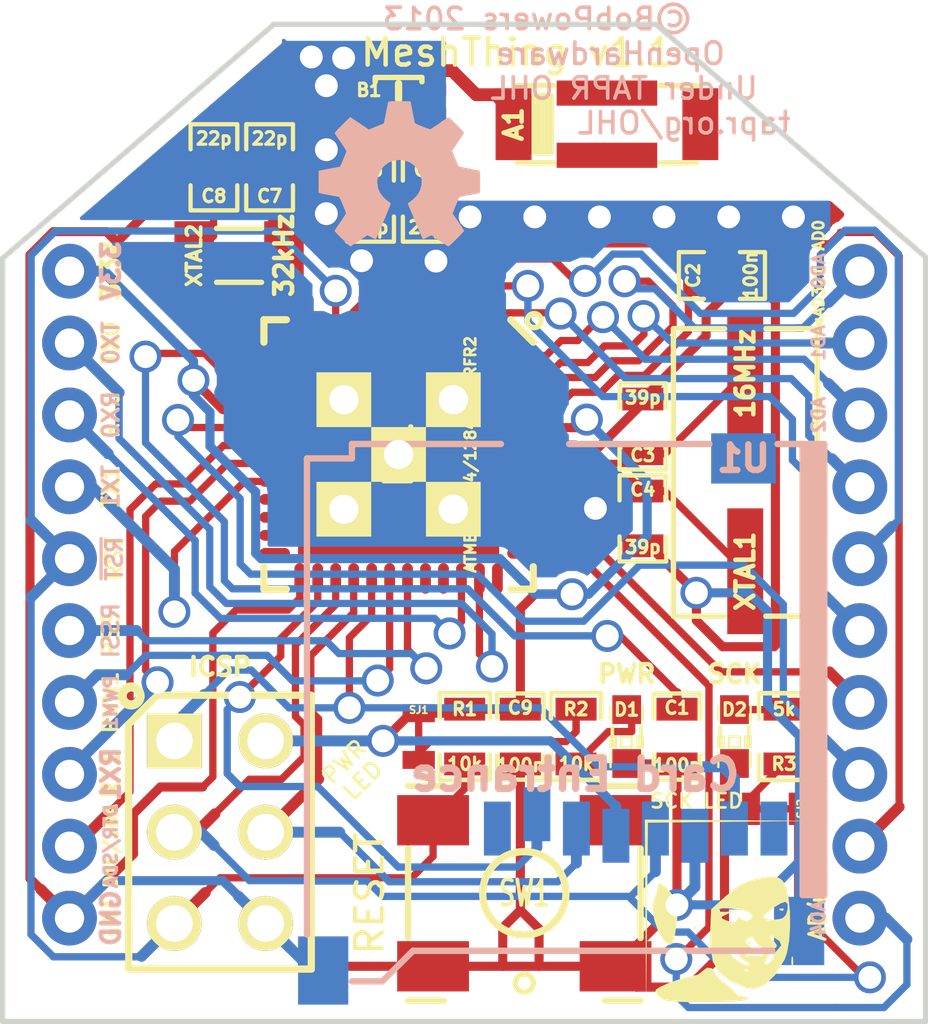
<source format=kicad_pcb>
(kicad_pcb (version 3) (host pcbnew "(2013-mar-13)-testing")

  (general
    (links 85)
    (no_connects 0)
    (area 135.704999 104.444999 161.545001 132.345001)
    (thickness 1.6)
    (drawings 16)
    (tracks 612)
    (zones 0)
    (modules 28)
    (nets 56)
  )

  (page A4)
  (title_block
    (title MeshThing)
    (rev 1.0)
  )

  (layers
    (15 F.Cu signal)
    (0 B.Cu signal)
    (16 B.Adhes user hide)
    (17 F.Adhes user hide)
    (18 B.Paste user hide)
    (19 F.Paste user hide)
    (20 B.SilkS user)
    (21 F.SilkS user)
    (22 B.Mask user)
    (23 F.Mask user)
    (24 Dwgs.User user)
    (25 Cmts.User user)
    (26 Eco1.User user)
    (27 Eco2.User user)
    (28 Edge.Cuts user)
  )

  (setup
    (last_trace_width 0.254)
    (user_trace_width 0.2032)
    (user_trace_width 0.254)
    (user_trace_width 0.3048)
    (user_trace_width 0.3302)
    (user_trace_width 0.3556)
    (trace_clearance 0.2032)
    (zone_clearance 0.2032)
    (zone_45_only yes)
    (trace_min 0.2032)
    (segment_width 0.2)
    (edge_width 0.15)
    (via_size 0.889)
    (via_drill 0.635)
    (via_min_size 0.889)
    (via_min_drill 0.508)
    (uvia_size 0.508)
    (uvia_drill 0.127)
    (uvias_allowed no)
    (uvia_min_size 0.508)
    (uvia_min_drill 0.127)
    (pcb_text_width 0.3)
    (pcb_text_size 1.5 1.5)
    (mod_edge_width 0.15)
    (mod_text_size 1.5 1.5)
    (mod_text_width 0.15)
    (pad_size 1.524 1.524)
    (pad_drill 0.8128)
    (pad_to_mask_clearance 0.2)
    (aux_axis_origin 135.66 132.51)
    (visible_elements FFFFFF7F)
    (pcbplotparams
      (layerselection 284196865)
      (usegerberextensions true)
      (excludeedgelayer true)
      (linewidth 0.100000)
      (plotframeref false)
      (viasonmask false)
      (mode 1)
      (useauxorigin true)
      (hpglpennumber 1)
      (hpglpenspeed 20)
      (hpglpendiameter 15)
      (hpglpenoverlay 2)
      (psnegative false)
      (psa4output false)
      (plotreference false)
      (plotvalue false)
      (plotothertext true)
      (plotinvisibletext false)
      (padsonsilk false)
      (subtractmaskfromsilk false)
      (outputformat 1)
      (mirror false)
      (drillshape 0)
      (scaleselection 1)
      (outputdirectory Gerbers/))
  )

  (net 0 "")
  (net 1 +3.3V)
  (net 2 GND)
  (net 3 MISO)
  (net 4 MOSI)
  (net 5 N-0000010)
  (net 6 N-0000012)
  (net 7 N-0000013)
  (net 8 N-0000015)
  (net 9 N-0000017)
  (net 10 N-0000019)
  (net 11 N-0000020)
  (net 12 N-0000021)
  (net 13 N-0000022)
  (net 14 N-0000026)
  (net 15 N-0000027)
  (net 16 N-0000028)
  (net 17 N-0000038)
  (net 18 N-0000039)
  (net 19 N-0000040)
  (net 20 N-0000044)
  (net 21 N-0000045)
  (net 22 N-0000046)
  (net 23 N-0000047)
  (net 24 N-0000048)
  (net 25 N-0000049)
  (net 26 N-0000050)
  (net 27 N-0000051)
  (net 28 N-0000052)
  (net 29 N-0000054)
  (net 30 N-0000055)
  (net 31 N-0000056)
  (net 32 N-000006)
  (net 33 N-000007)
  (net 34 N-000008)
  (net 35 N-000009)
  (net 36 PB0/SS)
  (net 37 PB4)
  (net 38 PB5)
  (net 39 PE4)
  (net 40 PE5)
  (net 41 PF0)
  (net 42 PF1)
  (net 43 PF2)
  (net 44 PF3-4)
  (net 45 PF5)
  (net 46 PF6)
  (net 47 PF7)
  (net 48 RX0)
  (net 49 RX1)
  (net 50 Reset)
  (net 51 SCK)
  (net 52 SCL)
  (net 53 SDA)
  (net 54 TX0)
  (net 55 TX1)

  (net_class Default "This is the default net class."
    (clearance 0.2032)
    (trace_width 0.254)
    (via_dia 0.889)
    (via_drill 0.635)
    (uvia_dia 0.508)
    (uvia_drill 0.127)
    (add_net "")
    (add_net +3.3V)
    (add_net GND)
    (add_net N-0000010)
    (add_net N-0000012)
    (add_net N-0000013)
    (add_net N-0000015)
    (add_net N-0000017)
    (add_net N-0000019)
    (add_net N-0000020)
    (add_net N-0000021)
    (add_net N-0000022)
    (add_net N-0000026)
    (add_net N-0000027)
    (add_net N-0000028)
    (add_net N-0000038)
    (add_net N-0000039)
    (add_net N-0000040)
    (add_net N-0000045)
    (add_net N-0000046)
    (add_net N-0000047)
    (add_net N-0000048)
    (add_net N-0000049)
    (add_net N-0000050)
    (add_net N-0000051)
    (add_net N-0000052)
    (add_net N-0000054)
    (add_net N-0000055)
    (add_net N-0000056)
    (add_net N-000006)
    (add_net N-000007)
    (add_net N-000008)
    (add_net N-000009)
    (add_net PB0/SS)
    (add_net RX0)
    (add_net RX1)
    (add_net TX0)
    (add_net TX1)
  )

  (net_class 12mil ""
    (clearance 0.2032)
    (trace_width 0.3048)
    (via_dia 0.889)
    (via_drill 0.635)
    (uvia_dia 0.508)
    (uvia_drill 0.127)
  )

  (net_class 8mil ""
    (clearance 0.2032)
    (trace_width 0.2032)
    (via_dia 0.889)
    (via_drill 0.635)
    (uvia_dia 0.508)
    (uvia_drill 0.127)
    (add_net MISO)
    (add_net MOSI)
    (add_net N-0000044)
    (add_net PB4)
    (add_net PB5)
    (add_net PE4)
    (add_net PE5)
    (add_net PF0)
    (add_net PF1)
    (add_net PF2)
    (add_net PF3-4)
    (add_net PF5)
    (add_net PF6)
    (add_net PF7)
    (add_net Reset)
    (add_net SCK)
    (add_net SCL)
    (add_net SDA)
  )

  (module _MT_XBee_Board_STD_THPads (layer F.Cu) (tedit 5235BE8C) (tstamp 51D3FBF9)
    (at 148.64 111.39)
    (path /51BAD430)
    (fp_text reference U2 (at -6.35 7.62 90) (layer F.SilkS) hide
      (effects (font (thickness 0.3048)))
    )
    (fp_text value XBEE (at 4.445 11.43) (layer F.SilkS) hide
      (effects (font (thickness 0.3048)))
    )
    (fp_text user PE5 (at 9.825 11.99896 90) (layer F.SilkS)
      (effects (font (size 0.45 0.45) (thickness 0.0875)))
    )
    (fp_text user AD4 (at 9.825 18.00098 90) (layer F.SilkS)
      (effects (font (size 0.45 0.45) (thickness 0.0875)))
    )
    (fp_text user AD7 (at 9.825 15.99946 90) (layer F.SilkS)
      (effects (font (size 0.45 0.45) (thickness 0.0875)))
    )
    (fp_text user MSI/SCL (at 9.825 14.00048 90) (layer F.SilkS)
      (effects (font (size 0.35 0.35) (thickness 0.0875)))
    )
    (fp_text user AD56▻ (at 9.825 10.25 90) (layer F.SilkS)
      (effects (font (size 0.35 0.35) (thickness 0.075)))
    )
    (fp_text user ◅AD321 (at 9.85 0.75 90) (layer F.SilkS)
      (effects (font (size 0.3 0.3) (thickness 0.075)))
    )
    (fp_text user AD0 (at 9.85 -1 90) (layer F.SilkS)
      (effects (font (size 0.3 0.3) (thickness 0.075)))
    )
    (fp_text user 3.3V (at -9.85 0 90) (layer F.SilkS)
      (effects (font (size 0.5 0.5) (thickness 0.125)))
    )
    (fp_text user TX0 (at -9.85 1.99898 90) (layer F.SilkS)
      (effects (font (size 0.45 0.45) (thickness 0.0875)))
    )
    (fp_text user RX0 (at -9.85 4.0005 90) (layer F.SilkS)
      (effects (font (size 0.45 0.45) (thickness 0.0875)))
    )
    (fp_text user TX1 (at -9.85 5.99948 90) (layer F.SilkS)
      (effects (font (size 0.45 0.45) (thickness 0.0875)))
    )
    (fp_text user ~RST (at -9.75 8.001 90) (layer F.SilkS)
      (effects (font (size 0.45 0.45) (thickness 0.0875)))
    )
    (fp_text user RSSI (at -9.85 9.99998 90) (layer F.SilkS)
      (effects (font (size 0.45 0.45) (thickness 0.0875)))
    )
    (fp_text user PWM1 (at -9.85 11.99896 90) (layer F.SilkS)
      (effects (font (size 0.4 0.4) (thickness 0.0875)))
    )
    (fp_text user RX1 (at -9.85 14.00048 90) (layer F.SilkS)
      (effects (font (size 0.45 0.45) (thickness 0.1125)))
    )
    (fp_text user DTR/SDA (at -9.85 15.99946 90) (layer F.SilkS)
      (effects (font (size 0.35 0.35) (thickness 0.0875)))
    )
    (fp_text user GND (at -9.85 18.00098 90) (layer F.SilkS)
      (effects (font (size 0.5 0.5) (thickness 0.125)))
    )
    (pad 20 thru_hole circle (at 11.00074 0) (size 1.524 1.524) (drill 0.8128)
      (layers *.Cu *.Mask)
      (net 41 PF0)
    )
    (pad 16 thru_hole circle (at 11.00074 8.001) (size 1.524 1.524) (drill 0.8128)
      (layers *.Cu *.Mask)
      (net 46 PF6)
    )
    (pad 14 thru_hole circle (at 11.00074 11.99896) (size 1.524 1.524) (drill 0.8128)
      (layers *.Cu *.Mask)
      (net 40 PE5)
    )
    (pad 15 thru_hole circle (at 11.00074 9.99998) (size 1.524 1.524) (drill 0.8128)
      (layers *.Cu *.Mask)
      (net 45 PF5)
    )
    (pad 18 thru_hole circle (at 11.00074 4.0005) (size 1.524 1.524) (drill 0.8128)
      (layers *.Cu *.Mask)
      (net 43 PF2)
    )
    (pad 17 thru_hole circle (at 11.00074 5.99948) (size 1.524 1.524) (drill 0.8128)
      (layers *.Cu *.Mask)
      (net 44 PF3-4)
    )
    (pad 19 thru_hole circle (at 11.00074 1.99898) (size 1.524 1.524) (drill 0.8128)
      (layers *.Cu *.Mask)
      (net 42 PF1)
    )
    (pad 12 thru_hole circle (at 11.00074 15.99946) (size 1.524 1.524) (drill 0.8128)
      (layers *.Cu *.Mask)
      (net 47 PF7)
    )
    (pad 11 thru_hole circle (at 11.00074 18.00098) (size 1.524 1.524) (drill 0.8128)
      (layers *.Cu *.Mask)
      (net 39 PE4)
    )
    (pad 13 thru_hole circle (at 11.00074 14.00048) (size 1.524 1.524) (drill 0.8128)
      (layers *.Cu *.Mask)
      (net 52 SCL)
    )
    (pad 8 thru_hole circle (at -11.00074 14.00048) (size 1.524 1.524) (drill 0.8128)
      (layers *.Cu *.Mask)
      (net 49 RX1)
    )
    (pad 10 thru_hole circle (at -11.00074 18.00098) (size 1.524 1.524) (drill 0.8128)
      (layers *.Cu *.Mask)
      (net 2 GND)
    )
    (pad 9 thru_hole circle (at -11.00074 15.99946) (size 1.524 1.524) (drill 0.8128)
      (layers *.Cu *.Mask)
      (net 53 SDA)
    )
    (pad 2 thru_hole circle (at -11.00074 1.99898) (size 1.524 1.524) (drill 0.8128)
      (layers *.Cu *.Mask)
      (net 54 TX0)
    )
    (pad 4 thru_hole circle (at -11.00074 5.99948) (size 1.524 1.524) (drill 0.8128)
      (layers *.Cu *.Mask)
      (net 55 TX1)
    )
    (pad 3 thru_hole circle (at -11.00074 4.0005) (size 1.524 1.524) (drill 0.8128)
      (layers *.Cu *.Mask)
      (net 48 RX0)
    )
    (pad 6 thru_hole circle (at -11.00074 9.99998) (size 1.524 1.524) (drill 0.8128)
      (layers *.Cu *.Mask)
      (net 38 PB5)
    )
    (pad 7 thru_hole circle (at -11.00074 11.99896) (size 1.524 1.524) (drill 0.8128)
      (layers *.Cu *.Mask)
      (net 37 PB4)
    )
    (pad 5 thru_hole circle (at -11.00074 8.001) (size 1.524 1.524) (drill 0.8128)
      (layers *.Cu *.Mask)
      (net 50 Reset)
    )
    (pad 1 thru_hole circle (at -11.00074 0) (size 1.524 1.524) (drill 0.8128)
      (layers *.Cu *.Mask)
      (net 1 +3.3V)
    )
    (model Radio/Xbee_patch.wrl
      (at (xyz 0 0 0))
      (scale (xyz 1 1 1))
      (rotate (xyz 270 0 0))
    )
  )

  (module _MT_SM0603_Capa (layer F.Cu) (tedit 51CB9B1F) (tstamp 51CBFE49)
    (at 141.66 108.5 90)
    (path /51BE8D1F)
    (attr smd)
    (fp_text reference C8 (at -0.8 0 180) (layer F.SilkS)
      (effects (font (size 0.35 0.35) (thickness 0.0875)))
    )
    (fp_text value 22p (at 0.8 0 180) (layer F.SilkS)
      (effects (font (size 0.35 0.35) (thickness 0.0875)))
    )
    (fp_text user "" (at -0.8 0 180) (layer F.SilkS)
      (effects (font (size 0.35 0.35) (thickness 0.0875)))
    )
    (fp_line (start 0.50038 0.65024) (end 1.19888 0.65024) (layer F.SilkS) (width 0.11938))
    (fp_line (start -0.50038 0.65024) (end -1.19888 0.65024) (layer F.SilkS) (width 0.11938))
    (fp_line (start 0.50038 -0.65024) (end 1.19888 -0.65024) (layer F.SilkS) (width 0.11938))
    (fp_line (start -1.19888 -0.65024) (end -0.50038 -0.65024) (layer F.SilkS) (width 0.11938))
    (fp_line (start 1.19888 -0.635) (end 1.19888 0.635) (layer F.SilkS) (width 0.11938))
    (fp_line (start -1.19888 0.635) (end -1.19888 -0.635) (layer F.SilkS) (width 0.11938))
    (pad 1 smd rect (at -0.762 0 90) (size 0.635 1.143)
      (layers F.Cu F.Paste F.Mask)
      (net 15 N-0000027)
    )
    (pad 2 smd rect (at 0.762 0 90) (size 0.635 1.143)
      (layers F.Cu F.Paste F.Mask)
      (net 2 GND)
    )
    (model smd\capacitors\C0603.wrl
      (at (xyz 0 0 0.001))
      (scale (xyz 0.5 0.5 0.5))
      (rotate (xyz 0 0 0))
    )
  )

  (module _MT_SM0603_Capa (layer F.Cu) (tedit 51CB9B1F) (tstamp 51CD0ABA)
    (at 147.57 109.37 270)
    (path /51BB0A6C)
    (attr smd)
    (fp_text reference C5 (at -0.8 0 360) (layer F.SilkS)
      (effects (font (size 0.35 0.35) (thickness 0.0875)))
    )
    (fp_text value 22p (at 0.8 0 360) (layer F.SilkS)
      (effects (font (size 0.35 0.35) (thickness 0.0875)))
    )
    (fp_text user "" (at -0.8 0 360) (layer F.SilkS)
      (effects (font (size 0.35 0.35) (thickness 0.0875)))
    )
    (fp_line (start 0.50038 0.65024) (end 1.19888 0.65024) (layer F.SilkS) (width 0.11938))
    (fp_line (start -0.50038 0.65024) (end -1.19888 0.65024) (layer F.SilkS) (width 0.11938))
    (fp_line (start 0.50038 -0.65024) (end 1.19888 -0.65024) (layer F.SilkS) (width 0.11938))
    (fp_line (start -1.19888 -0.65024) (end -0.50038 -0.65024) (layer F.SilkS) (width 0.11938))
    (fp_line (start 1.19888 -0.635) (end 1.19888 0.635) (layer F.SilkS) (width 0.11938))
    (fp_line (start -1.19888 0.635) (end -1.19888 -0.635) (layer F.SilkS) (width 0.11938))
    (pad 1 smd rect (at -0.762 0 270) (size 0.635 1.143)
      (layers F.Cu F.Paste F.Mask)
      (net 34 N-000008)
    )
    (pad 2 smd rect (at 0.762 0 270) (size 0.635 1.143)
      (layers F.Cu F.Paste F.Mask)
      (net 7 N-0000013)
    )
    (model smd\capacitors\C0603.wrl
      (at (xyz 0 0 0.001))
      (scale (xyz 0.5 0.5 0.5))
      (rotate (xyz 0 0 0))
    )
  )

  (module _MT_SM0603_Capa (layer F.Cu) (tedit 51CB9B1F) (tstamp 51CD0AC6)
    (at 146.02 109.37 270)
    (path /51BB0A79)
    (attr smd)
    (fp_text reference C6 (at -0.8 0 360) (layer F.SilkS)
      (effects (font (size 0.35 0.35) (thickness 0.0875)))
    )
    (fp_text value 22p (at 0.8 0 360) (layer F.SilkS)
      (effects (font (size 0.35 0.35) (thickness 0.0875)))
    )
    (fp_text user "" (at -0.8 0 360) (layer F.SilkS)
      (effects (font (size 0.35 0.35) (thickness 0.0875)))
    )
    (fp_line (start 0.50038 0.65024) (end 1.19888 0.65024) (layer F.SilkS) (width 0.11938))
    (fp_line (start -0.50038 0.65024) (end -1.19888 0.65024) (layer F.SilkS) (width 0.11938))
    (fp_line (start 0.50038 -0.65024) (end 1.19888 -0.65024) (layer F.SilkS) (width 0.11938))
    (fp_line (start -1.19888 -0.65024) (end -0.50038 -0.65024) (layer F.SilkS) (width 0.11938))
    (fp_line (start 1.19888 -0.635) (end 1.19888 0.635) (layer F.SilkS) (width 0.11938))
    (fp_line (start -1.19888 0.635) (end -1.19888 -0.635) (layer F.SilkS) (width 0.11938))
    (pad 1 smd rect (at -0.762 0 270) (size 0.635 1.143)
      (layers F.Cu F.Paste F.Mask)
      (net 33 N-000007)
    )
    (pad 2 smd rect (at 0.762 0 270) (size 0.635 1.143)
      (layers F.Cu F.Paste F.Mask)
      (net 6 N-0000012)
    )
    (model smd\capacitors\C0603.wrl
      (at (xyz 0 0 0.001))
      (scale (xyz 0.5 0.5 0.5))
      (rotate (xyz 0 0 0))
    )
  )

  (module _MT_SM0603_Capa (layer F.Cu) (tedit 51CB9B1F) (tstamp 51CD0AD2)
    (at 143.21 108.5 90)
    (path /51BE8D06)
    (attr smd)
    (fp_text reference C7 (at -0.8 0 180) (layer F.SilkS)
      (effects (font (size 0.35 0.35) (thickness 0.0875)))
    )
    (fp_text value 22p (at 0.8 0 180) (layer F.SilkS)
      (effects (font (size 0.35 0.35) (thickness 0.0875)))
    )
    (fp_text user "" (at -0.8 0 180) (layer F.SilkS)
      (effects (font (size 0.35 0.35) (thickness 0.0875)))
    )
    (fp_line (start 0.50038 0.65024) (end 1.19888 0.65024) (layer F.SilkS) (width 0.11938))
    (fp_line (start -0.50038 0.65024) (end -1.19888 0.65024) (layer F.SilkS) (width 0.11938))
    (fp_line (start 0.50038 -0.65024) (end 1.19888 -0.65024) (layer F.SilkS) (width 0.11938))
    (fp_line (start -1.19888 -0.65024) (end -0.50038 -0.65024) (layer F.SilkS) (width 0.11938))
    (fp_line (start 1.19888 -0.635) (end 1.19888 0.635) (layer F.SilkS) (width 0.11938))
    (fp_line (start -1.19888 0.635) (end -1.19888 -0.635) (layer F.SilkS) (width 0.11938))
    (pad 1 smd rect (at -0.762 0 90) (size 0.635 1.143)
      (layers F.Cu F.Paste F.Mask)
      (net 16 N-0000028)
    )
    (pad 2 smd rect (at 0.762 0 90) (size 0.635 1.143)
      (layers F.Cu F.Paste F.Mask)
      (net 2 GND)
    )
    (model smd\capacitors\C0603.wrl
      (at (xyz 0 0 0.001))
      (scale (xyz 0.5 0.5 0.5))
      (rotate (xyz 0 0 0))
    )
  )

  (module _MT_SM0603_Capa (layer F.Cu) (tedit 51CB9B1F) (tstamp 51CD0ADE)
    (at 150.19 124.34 270)
    (path /51C2F773)
    (attr smd)
    (fp_text reference C9 (at -0.8 0 360) (layer F.SilkS)
      (effects (font (size 0.35 0.35) (thickness 0.0875)))
    )
    (fp_text value 100n (at 0.8 0 360) (layer F.SilkS)
      (effects (font (size 0.35 0.35) (thickness 0.0875)))
    )
    (fp_text user "" (at -0.8 0 360) (layer F.SilkS)
      (effects (font (size 0.35 0.35) (thickness 0.0875)))
    )
    (fp_line (start 0.50038 0.65024) (end 1.19888 0.65024) (layer F.SilkS) (width 0.11938))
    (fp_line (start -0.50038 0.65024) (end -1.19888 0.65024) (layer F.SilkS) (width 0.11938))
    (fp_line (start 0.50038 -0.65024) (end 1.19888 -0.65024) (layer F.SilkS) (width 0.11938))
    (fp_line (start -1.19888 -0.65024) (end -0.50038 -0.65024) (layer F.SilkS) (width 0.11938))
    (fp_line (start 1.19888 -0.635) (end 1.19888 0.635) (layer F.SilkS) (width 0.11938))
    (fp_line (start -1.19888 0.635) (end -1.19888 -0.635) (layer F.SilkS) (width 0.11938))
    (pad 1 smd rect (at -0.762 0 270) (size 0.635 1.143)
      (layers F.Cu F.Paste F.Mask)
      (net 1 +3.3V)
    )
    (pad 2 smd rect (at 0.762 0 270) (size 0.635 1.143)
      (layers F.Cu F.Paste F.Mask)
      (net 2 GND)
    )
    (model smd\capacitors\C0603.wrl
      (at (xyz 0 0 0.001))
      (scale (xyz 0.5 0.5 0.5))
      (rotate (xyz 0 0 0))
    )
  )

  (module _MT_SM0603_Capa (layer F.Cu) (tedit 51CB9B1F) (tstamp 51CD0A96)
    (at 155.8 111.51)
    (path /51BB0317)
    (attr smd)
    (fp_text reference C2 (at -0.8 0 90) (layer F.SilkS)
      (effects (font (size 0.35 0.35) (thickness 0.0875)))
    )
    (fp_text value 100n (at 0.8 0 90) (layer F.SilkS)
      (effects (font (size 0.35 0.35) (thickness 0.0875)))
    )
    (fp_text user "" (at -0.8 0 90) (layer F.SilkS)
      (effects (font (size 0.35 0.35) (thickness 0.0875)))
    )
    (fp_line (start 0.50038 0.65024) (end 1.19888 0.65024) (layer F.SilkS) (width 0.11938))
    (fp_line (start -0.50038 0.65024) (end -1.19888 0.65024) (layer F.SilkS) (width 0.11938))
    (fp_line (start 0.50038 -0.65024) (end 1.19888 -0.65024) (layer F.SilkS) (width 0.11938))
    (fp_line (start -1.19888 -0.65024) (end -0.50038 -0.65024) (layer F.SilkS) (width 0.11938))
    (fp_line (start 1.19888 -0.635) (end 1.19888 0.635) (layer F.SilkS) (width 0.11938))
    (fp_line (start -1.19888 0.635) (end -1.19888 -0.635) (layer F.SilkS) (width 0.11938))
    (pad 1 smd rect (at -0.762 0) (size 0.635 1.143)
      (layers F.Cu F.Paste F.Mask)
      (net 5 N-0000010)
    )
    (pad 2 smd rect (at 0.762 0) (size 0.635 1.143)
      (layers F.Cu F.Paste F.Mask)
      (net 2 GND)
    )
    (model smd\capacitors\C0603.wrl
      (at (xyz 0 0 0.001))
      (scale (xyz 0.5 0.5 0.5))
      (rotate (xyz 0 0 0))
    )
  )

  (module _MT_SM0603_Capa (layer F.Cu) (tedit 51CB9B1F) (tstamp 51D3FA75)
    (at 154.55 124.34 270)
    (path /51BB02F2)
    (attr smd)
    (fp_text reference C1 (at -0.8 0 360) (layer F.SilkS)
      (effects (font (size 0.35 0.35) (thickness 0.0875)))
    )
    (fp_text value 100n (at 0.8 0 360) (layer F.SilkS)
      (effects (font (size 0.35 0.35) (thickness 0.0875)))
    )
    (fp_text user "" (at -0.8 0 360) (layer F.SilkS)
      (effects (font (size 0.35 0.35) (thickness 0.0875)))
    )
    (fp_line (start 0.50038 0.65024) (end 1.19888 0.65024) (layer F.SilkS) (width 0.11938))
    (fp_line (start -0.50038 0.65024) (end -1.19888 0.65024) (layer F.SilkS) (width 0.11938))
    (fp_line (start 0.50038 -0.65024) (end 1.19888 -0.65024) (layer F.SilkS) (width 0.11938))
    (fp_line (start -1.19888 -0.65024) (end -0.50038 -0.65024) (layer F.SilkS) (width 0.11938))
    (fp_line (start 1.19888 -0.635) (end 1.19888 0.635) (layer F.SilkS) (width 0.11938))
    (fp_line (start -1.19888 0.635) (end -1.19888 -0.635) (layer F.SilkS) (width 0.11938))
    (pad 1 smd rect (at -0.762 0 270) (size 0.635 1.143)
      (layers F.Cu F.Paste F.Mask)
      (net 35 N-000009)
    )
    (pad 2 smd rect (at 0.762 0 270) (size 0.635 1.143)
      (layers F.Cu F.Paste F.Mask)
      (net 2 GND)
    )
    (model smd\capacitors\C0603.wrl
      (at (xyz 0 0 0.001))
      (scale (xyz 0.5 0.5 0.5))
      (rotate (xyz 0 0 0))
    )
  )

  (module _MT_SM0603_Capa (layer F.Cu) (tedit 51CB9B1F) (tstamp 51CD0AAE)
    (at 153.6 118.27 270)
    (path /51BB05DD)
    (attr smd)
    (fp_text reference C4 (at -0.8 0 360) (layer F.SilkS)
      (effects (font (size 0.35 0.35) (thickness 0.0875)))
    )
    (fp_text value 39p (at 0.8 0 360) (layer F.SilkS)
      (effects (font (size 0.35 0.35) (thickness 0.0875)))
    )
    (fp_text user "" (at -0.8 0 360) (layer F.SilkS)
      (effects (font (size 0.35 0.35) (thickness 0.0875)))
    )
    (fp_line (start 0.50038 0.65024) (end 1.19888 0.65024) (layer F.SilkS) (width 0.11938))
    (fp_line (start -0.50038 0.65024) (end -1.19888 0.65024) (layer F.SilkS) (width 0.11938))
    (fp_line (start 0.50038 -0.65024) (end 1.19888 -0.65024) (layer F.SilkS) (width 0.11938))
    (fp_line (start -1.19888 -0.65024) (end -0.50038 -0.65024) (layer F.SilkS) (width 0.11938))
    (fp_line (start 1.19888 -0.635) (end 1.19888 0.635) (layer F.SilkS) (width 0.11938))
    (fp_line (start -1.19888 0.635) (end -1.19888 -0.635) (layer F.SilkS) (width 0.11938))
    (pad 1 smd rect (at -0.762 0 270) (size 0.635 1.143)
      (layers F.Cu F.Paste F.Mask)
      (net 28 N-0000052)
    )
    (pad 2 smd rect (at 0.762 0 270) (size 0.635 1.143)
      (layers F.Cu F.Paste F.Mask)
      (net 2 GND)
    )
    (model smd\capacitors\C0603.wrl
      (at (xyz 0 0 0.001))
      (scale (xyz 0.5 0.5 0.5))
      (rotate (xyz 0 0 0))
    )
  )

  (module _MT_SM0603_Capa (layer F.Cu) (tedit 51CB9B1F) (tstamp 51CD0AA2)
    (at 153.6 115.71 90)
    (path /51BB05D0)
    (attr smd)
    (fp_text reference C3 (at -0.8 0 180) (layer F.SilkS)
      (effects (font (size 0.35 0.35) (thickness 0.0875)))
    )
    (fp_text value 39p (at 0.8 0 180) (layer F.SilkS)
      (effects (font (size 0.35 0.35) (thickness 0.0875)))
    )
    (fp_text user "" (at -0.8 0 180) (layer F.SilkS)
      (effects (font (size 0.35 0.35) (thickness 0.0875)))
    )
    (fp_line (start 0.50038 0.65024) (end 1.19888 0.65024) (layer F.SilkS) (width 0.11938))
    (fp_line (start -0.50038 0.65024) (end -1.19888 0.65024) (layer F.SilkS) (width 0.11938))
    (fp_line (start 0.50038 -0.65024) (end 1.19888 -0.65024) (layer F.SilkS) (width 0.11938))
    (fp_line (start -1.19888 -0.65024) (end -0.50038 -0.65024) (layer F.SilkS) (width 0.11938))
    (fp_line (start 1.19888 -0.635) (end 1.19888 0.635) (layer F.SilkS) (width 0.11938))
    (fp_line (start -1.19888 0.635) (end -1.19888 -0.635) (layer F.SilkS) (width 0.11938))
    (pad 1 smd rect (at -0.762 0 90) (size 0.635 1.143)
      (layers F.Cu F.Paste F.Mask)
      (net 27 N-0000051)
    )
    (pad 2 smd rect (at 0.762 0 90) (size 0.635 1.143)
      (layers F.Cu F.Paste F.Mask)
      (net 2 GND)
    )
    (model smd\capacitors\C0603.wrl
      (at (xyz 0 0 0.001))
      (scale (xyz 0.5 0.5 0.5))
      (rotate (xyz 0 0 0))
    )
  )

  (module _MT_SMTJumper (layer F.Cu) (tedit 51D0E7A3) (tstamp 51CA47D0)
    (at 147.36 124.34 270)
    (path /51C12882)
    (attr smd)
    (fp_text reference SJ1 (at -0.74 0 360) (layer F.SilkS)
      (effects (font (size 0.2 0.2) (thickness 0.05)))
    )
    (fp_text value SMTJPR (at 0 0 270) (layer F.SilkS) hide
      (effects (font (size 0.508 0.4572) (thickness 0.1143)))
    )
    (pad 1 smd rect (at -0.65 0 270) (size 0.5 0.9)
      (layers F.Cu F.Paste F.Mask)
      (net 1 +3.3V)
    )
    (pad 2 smd rect (at 0.65 0 270) (size 0.5 0.9)
      (layers F.Cu F.Paste F.Mask)
      (net 8 N-0000015)
    )
    (pad 3 smd rect (at 0 0 270) (size 1.5 0.2032)
      (layers F.Cu F.Paste F.Mask)
    )
    (model smd\resistors\R0603.wrl
      (at (xyz 0 0 0.001))
      (scale (xyz 0.5 0.5 0.5))
      (rotate (xyz 0 0 0))
    )
  )

  (module _MT_Switch_SMT_EVQ_NCPads (layer F.Cu) (tedit 51D14463) (tstamp 51CA47DF)
    (at 150.3 128.7 180)
    (descr "EVQ-Q2F03W Compatible")
    (tags "Switch SMT")
    (path /51BB1BEA)
    (attr smd)
    (fp_text reference SW1 (at 0 0 180) (layer F.SilkS)
      (effects (font (size 0.7112 0.4572) (thickness 0.1016)))
    )
    (fp_text value RST (at 0 -3.683 180) (layer F.SilkS) hide
      (effects (font (size 0.6604 0.5588) (thickness 0.1397)))
    )
    (fp_circle (center 0 -2.5) (end 0.25 -2.5) (layer F.SilkS) (width 0.15))
    (fp_line (start -2.24028 2.98704) (end -3.23596 2.98704) (layer F.SilkS) (width 0.1778))
    (fp_line (start 3.23596 2.98704) (end 2.24028 2.98704) (layer F.SilkS) (width 0.1778))
    (fp_line (start -3.23596 -2.98704) (end -2.24028 -2.98704) (layer F.SilkS) (width 0.1778))
    (fp_line (start 3.23596 -2.98704) (end 2.24028 -2.98704) (layer F.SilkS) (width 0.1778))
    (fp_line (start -3.23596 -1.2446) (end -3.23596 1.2446) (layer F.SilkS) (width 0.1778))
    (fp_line (start 3.23596 1.2446) (end 3.23596 -1.2446) (layer F.SilkS) (width 0.1778))
    (fp_circle (center 0 0) (end 1.143 0.1905) (layer F.SilkS) (width 0.2032))
    (pad 1 smd rect (at 2.54 -2.032 180) (size 1.99898 1.39954)
      (layers F.Cu F.Paste F.Mask)
      (net 2 GND)
    )
    (pad 2 smd rect (at 2.54 2.032 180) (size 1.99898 1.39954)
      (layers F.Cu F.Paste F.Mask)
      (net 50 Reset)
    )
    (pad 1 smd rect (at -2.54 -2.032 180) (size 1.99898 1.39954)
      (layers F.Cu F.Paste F.Mask)
      (net 2 GND)
    )
    (pad "" smd rect (at -2.54 2.032 180) (size 1.99898 1.39954)
      (layers F.Cu F.Paste F.Mask)
    )
  )

  (module _MT_SM0603_Resistor (layer F.Cu) (tedit 51D14923) (tstamp 51CA47C4)
    (at 151.74 124.34 270)
    (path /51BB1522)
    (attr smd)
    (fp_text reference R2 (at -0.762 0 360) (layer F.SilkS)
      (effects (font (size 0.35 0.35) (thickness 0.0875)))
    )
    (fp_text value 10k (at 0.762 0 360) (layer F.SilkS)
      (effects (font (size 0.35 0.35) (thickness 0.0875)))
    )
    (fp_line (start -0.50038 -0.6985) (end -1.2065 -0.6985) (layer F.SilkS) (width 0.127))
    (fp_line (start -1.2065 -0.6985) (end -1.2065 0.6985) (layer F.SilkS) (width 0.127))
    (fp_line (start -1.2065 0.6985) (end -0.50038 0.6985) (layer F.SilkS) (width 0.127))
    (fp_line (start 1.2065 -0.6985) (end 0.50038 -0.6985) (layer F.SilkS) (width 0.127))
    (fp_line (start 1.2065 -0.6985) (end 1.2065 0.6985) (layer F.SilkS) (width 0.127))
    (fp_line (start 1.2065 0.6985) (end 0.50038 0.6985) (layer F.SilkS) (width 0.127))
    (pad 1 smd rect (at -0.762 0 270) (size 0.635 1.143)
      (layers F.Cu F.Paste F.Mask)
      (net 8 N-0000015)
    )
    (pad 2 smd rect (at 0.762 0 270) (size 0.635 1.143)
      (layers F.Cu F.Paste F.Mask)
      (net 9 N-0000017)
    )
    (model smd\resistors\R0603.wrl
      (at (xyz 0 0 0.001))
      (scale (xyz 0.5 0.5 0.5))
      (rotate (xyz 0 0 0))
    )
  )

  (module _MT_SM0603_Resistor (layer F.Cu) (tedit 51D14923) (tstamp 51CA47B8)
    (at 148.64 124.34 270)
    (path /51BB1C5E)
    (attr smd)
    (fp_text reference R1 (at -0.762 0 360) (layer F.SilkS)
      (effects (font (size 0.35 0.35) (thickness 0.0875)))
    )
    (fp_text value 10k (at 0.762 0 360) (layer F.SilkS)
      (effects (font (size 0.35 0.35) (thickness 0.0875)))
    )
    (fp_line (start -0.50038 -0.6985) (end -1.2065 -0.6985) (layer F.SilkS) (width 0.127))
    (fp_line (start -1.2065 -0.6985) (end -1.2065 0.6985) (layer F.SilkS) (width 0.127))
    (fp_line (start -1.2065 0.6985) (end -0.50038 0.6985) (layer F.SilkS) (width 0.127))
    (fp_line (start 1.2065 -0.6985) (end 0.50038 -0.6985) (layer F.SilkS) (width 0.127))
    (fp_line (start 1.2065 -0.6985) (end 1.2065 0.6985) (layer F.SilkS) (width 0.127))
    (fp_line (start 1.2065 0.6985) (end 0.50038 0.6985) (layer F.SilkS) (width 0.127))
    (pad 1 smd rect (at -0.762 0 270) (size 0.635 1.143)
      (layers F.Cu F.Paste F.Mask)
      (net 1 +3.3V)
    )
    (pad 2 smd rect (at 0.762 0 270) (size 0.635 1.143)
      (layers F.Cu F.Paste F.Mask)
      (net 50 Reset)
    )
    (model smd\resistors\R0603.wrl
      (at (xyz 0 0 0.001))
      (scale (xyz 0.5 0.5 0.5))
      (rotate (xyz 0 0 0))
    )
  )

  (module _MT_microSD_3M_290805 (layer B.Cu) (tedit 51D14B8B) (tstamp 51CA47FE)
    (at 149.55 126.9)
    (tags "microSD 3M 290805 DigiKey 3M5607CT-ND Opendous")
    (path /51BAA75F)
    (attr smd)
    (fp_text reference U1 (at 6.85 -10.3) (layer B.SilkS)
      (effects (font (size 0.7112 0.7112) (thickness 0.1778)) (justify mirror))
    )
    (fp_text value CONN_MICROSD (at 2.413 -2.413) (layer B.SilkS) hide
      (effects (font (size 0.8128 0.7112) (thickness 0.1778)) (justify mirror))
    )
    (fp_text user "Card Entrance" (at 2.159 -1.5) (layer B.SilkS)
      (effects (font (size 0.85 0.85) (thickness 0.2032)) (justify mirror))
    )
    (fp_line (start 8.60044 -10.65022) (end 8.60044 1.80086) (layer B.SilkS) (width 0.1778))
    (fp_line (start 8.6995 1.84912) (end 8.6995 -10.70102) (layer B.SilkS) (width 0.1778))
    (fp_line (start 8.95096 -10.65022) (end 8.95096 1.80086) (layer B.SilkS) (width 0.1778))
    (fp_line (start 9.10082 -10.70102) (end 8.84936 -10.70102) (layer B.SilkS) (width 0.1778))
    (fp_line (start 9.10082 1.84912) (end 9.10082 -10.70102) (layer B.SilkS) (width 0.1778))
    (fp_line (start 8.49884 1.84912) (end 8.49884 -10.70102) (layer B.SilkS) (width 0.1778))
    (fp_line (start 9.10082 1.84912) (end 8.49884 1.84912) (layer B.SilkS) (width 0.1778))
    (fp_line (start -4.04876 -10.70102) (end -4.04876 -10.2997) (layer B.SilkS) (width 0.1778))
    (fp_line (start -5.30098 2.94894) (end -5.30098 -10.2997) (layer B.SilkS) (width 0.1778))
    (fp_line (start -5.30098 -10.2997) (end -4.04876 -10.2997) (layer B.SilkS) (width 0.1778))
    (fp_line (start 7.65048 3.40106) (end -2.3495 3.40106) (layer B.SilkS) (width 0.1778))
    (fp_line (start -2.3495 3.40106) (end -3.2004 4.24942) (layer B.SilkS) (width 0.1778))
    (fp_line (start -3.2004 4.24942) (end -4.04876 4.24942) (layer B.SilkS) (width 0.1778))
    (fp_line (start 0.09906 -10.70102) (end -4.04876 -10.70102) (layer B.SilkS) (width 0.1778))
    (fp_line (start 5.90042 -10.70102) (end 1.99898 -10.70102) (layer B.SilkS) (width 0.1778))
    (fp_line (start 8.84936 -10.70102) (end 7.80034 -10.70102) (layer B.SilkS) (width 0.1778))
    (fp_line (start 8.84936 1.84912) (end 8.84936 -10.70102) (layer B.SilkS) (width 0.1778))
    (pad 7 smd rect (at 6.59892 0) (size 0.7493 1.50114)
      (layers B.Cu B.Paste B.Mask)
      (net 3 MISO)
    )
    (pad 8 smd rect (at 7.69874 0) (size 0.7493 1.50114)
      (layers B.Cu B.Paste B.Mask)
      (net 29 N-0000054)
    )
    (pad 6 smd rect (at 5.4991 0.20066) (size 0.7493 1.50114)
      (layers B.Cu B.Paste B.Mask)
      (net 2 GND)
    )
    (pad 5 smd rect (at 4.39928 0) (size 0.7493 1.50114)
      (layers B.Cu B.Paste B.Mask)
      (net 51 SCK)
    )
    (pad 1 smd rect (at 0 0) (size 0.7493 1.50114)
      (layers B.Cu B.Paste B.Mask)
      (net 30 N-0000055)
    )
    (pad 2 smd rect (at 1.09982 -0.39878) (size 0.7493 1.50114)
      (layers B.Cu B.Paste B.Mask)
      (net 36 PB0/SS)
    )
    (pad 3 smd rect (at 2.19964 0) (size 0.7493 1.50114)
      (layers B.Cu B.Paste B.Mask)
      (net 4 MOSI)
    )
    (pad 4 smd rect (at 3.29946 0.20066) (size 0.7493 1.50114)
      (layers B.Cu B.Paste B.Mask)
      (net 1 +3.3V)
    )
    (pad 9 smd rect (at 8.39978 2.84988) (size 1.39954 1.89992)
      (layers B.Cu B.Paste B.Mask)
      (net 2 GND)
    )
    (pad 9 smd rect (at -4.84886 3.9497) (size 1.39954 1.89992)
      (layers B.Cu B.Paste B.Mask)
      (net 2 GND)
    )
    (pad "" smd rect (at 6.85038 -10.2997) (size 1.80086 1.39954)
      (layers B.Cu B.Paste B.Mask)
    )
    (pad 9 smd rect (at 1.04902 -10.2997) (size 1.80086 1.39954)
      (layers B.Cu B.Paste B.Mask)
      (net 2 GND)
    )
  )

  (module _MT_LED-0603 (layer F.Cu) (tedit 51D15FAA) (tstamp 51CA4762)
    (at 153.15 124.34 270)
    (descr "LED 0603 smd package")
    (tags "LED led 0603 SMD smd SMT smt smdled SMDLED smtled SMTLED")
    (path /51BB1536)
    (attr smd)
    (fp_text reference D1 (at -0.75 0 360) (layer F.SilkS)
      (effects (font (size 0.35 0.35) (thickness 0.0875)))
    )
    (fp_text value LED (at 0.75 0 360) (layer F.SilkS) hide
      (effects (font (size 0.35 0.35) (thickness 0.0875)))
    )
    (fp_line (start -0.29 -0.4) (end 0.28 -0.4) (layer F.SilkS) (width 0.1016))
    (fp_line (start -0.28 0.4) (end 0.27 0.4) (layer F.SilkS) (width 0.1016))
    (fp_line (start 0.44958 0.44958) (end 0.84836 0.44958) (layer F.SilkS) (width 0.06604))
    (fp_line (start 0.44958 -0.44958) (end 0.84836 -0.44958) (layer F.SilkS) (width 0.06604))
    (fp_line (start -0.84836 0.44958) (end -0.44958 0.44958) (layer F.SilkS) (width 0.06604))
    (fp_line (start -0.84836 -0.44958) (end -0.44958 -0.44958) (layer F.SilkS) (width 0.06604))
    (fp_line (start 0 -0.44958) (end 0 -0.29972) (layer F.SilkS) (width 0.06604))
    (fp_line (start 0 -0.29972) (end 0.29972 -0.29972) (layer F.SilkS) (width 0.06604))
    (fp_line (start 0.29972 -0.44958) (end 0.29972 -0.29972) (layer F.SilkS) (width 0.06604))
    (fp_line (start 0 -0.44958) (end 0.29972 -0.44958) (layer F.SilkS) (width 0.06604))
    (fp_line (start 0 0.29972) (end 0 0.44958) (layer F.SilkS) (width 0.06604))
    (fp_line (start 0 0.44958) (end 0.29972 0.44958) (layer F.SilkS) (width 0.06604))
    (fp_line (start 0.29972 0.29972) (end 0.29972 0.44958) (layer F.SilkS) (width 0.06604))
    (fp_line (start 0 0.29972) (end 0.29972 0.29972) (layer F.SilkS) (width 0.06604))
    (fp_line (start 0 -0.14986) (end 0 0.14986) (layer F.SilkS) (width 0.06604))
    (fp_line (start 0 0.14986) (end 0.29972 0.14986) (layer F.SilkS) (width 0.06604))
    (fp_line (start 0.29972 -0.14986) (end 0.29972 0.14986) (layer F.SilkS) (width 0.06604))
    (fp_line (start 0 -0.14986) (end 0.29972 -0.14986) (layer F.SilkS) (width 0.06604))
    (pad 1 smd rect (at -0.75 0 270) (size 0.8 0.8)
      (layers F.Cu F.Paste F.Mask)
      (net 9 N-0000017)
    )
    (pad 2 smd rect (at 0.75 0 270) (size 0.8 0.8)
      (layers F.Cu F.Paste F.Mask)
      (net 2 GND)
    )
  )

  (module Johanson-2450AT42B100-PadsOnly (layer F.Cu) (tedit 51D3AA64) (tstamp 51D3A3C2)
    (at 152.1 107.3 180)
    (path /51BF012F)
    (fp_text reference A1 (at 2.1 0 270) (layer F.SilkS)
      (effects (font (size 0.5 0.5) (thickness 0.125)))
    )
    (fp_text value Antenna (at 0 2.625 180) (layer F.SilkS) hide
      (effects (font (size 1.5 1.5) (thickness 0.15)))
    )
    (fp_line (start 1.2 0.8) (end 1.2 -0.8) (layer F.SilkS) (width 0.15))
    (fp_line (start 1.2 -0.8) (end 1.35 -0.8) (layer F.SilkS) (width 0.15))
    (fp_line (start 1.35 -0.8) (end 1.35 0.8) (layer F.SilkS) (width 0.15))
    (fp_line (start 1.35 0.8) (end 1.45 0.8) (layer F.SilkS) (width 0.15))
    (fp_line (start 1.45 0.8) (end 1.45 -0.8) (layer F.SilkS) (width 0.15))
    (fp_line (start 1.05 -0.8) (end 1.05 0.8) (layer F.SilkS) (width 0.15))
    (fp_line (start 1.05 0.8) (end 1.525 0.8) (layer F.SilkS) (width 0.15))
    (fp_line (start 1.525 0.8) (end 1.525 -0.8) (layer F.SilkS) (width 0.15))
    (fp_line (start 1.525 -0.8) (end 1.05 -0.8) (layer F.SilkS) (width 0.15))
    (fp_line (start 2 1.075) (end 0.975 1.075) (layer F.SilkS) (width 0.15))
    (fp_line (start 2 -1.075) (end 0.975 -1.075) (layer F.SilkS) (width 0.15))
    (fp_line (start -3 1.075) (end -1.975 1.075) (layer F.SilkS) (width 0.15))
    (fp_line (start -3 -1.075) (end -1.975 -1.075) (layer F.SilkS) (width 0.15))
    (pad 2 smd rect (at -3.1 0 180) (size 1 2)
      (layers F.Cu F.Paste F.Mask)
      (net 19 N-0000040)
    )
    (pad 1 smd rect (at 2.1 0 180) (size 1 2)
      (layers F.Cu F.Paste F.Mask)
      (net 32 N-000006)
    )
    (pad 3 smd rect (at -0.5 -0.865 180) (size 2.8 0.7)
      (layers F.Cu F.Paste F.Mask)
      (net 18 N-0000039)
    )
    (pad 4 smd rect (at -0.5 0.865 180) (size 2.8 0.7)
      (layers F.Cu F.Paste F.Mask)
      (net 17 N-0000038)
    )
  )

  (module _MT_CM315-Crystal (layer F.Cu) (tedit 51D3C279) (tstamp 51CA4833)
    (at 142.36 110.95 180)
    (path /51BE8BFD)
    (fp_text reference XTAL2 (at 1.25 0 270) (layer F.SilkS)
      (effects (font (size 0.4 0.4) (thickness 0.1)))
    )
    (fp_text value 32kHz (at -1.25 0 270) (layer F.SilkS)
      (effects (font (size 0.5 0.5) (thickness 0.125)))
    )
    (fp_line (start -0.625 -0.75) (end 0.625 -0.75) (layer F.SilkS) (width 0.15))
    (fp_line (start -0.625 0.75) (end 0.625 0.75) (layer F.SilkS) (width 0.15))
    (pad 1 smd rect (at 1.25 0 180) (size 1.1 1.9)
      (layers F.Cu F.Paste F.Mask)
      (net 15 N-0000027)
    )
    (pad 2 smd rect (at -1.25 0 180) (size 1.1 1.9)
      (layers F.Cu F.Paste F.Mask)
      (net 16 N-0000028)
    )
  )

  (module _MT_Wuerth748421245 (layer F.Cu) (tedit 51D3C2F0) (tstamp 51CBAD5D)
    (at 146.8 107 90)
    (path /51BB20BE)
    (fp_text reference B1 (at 0.65 -0.825 360) (layer F.SilkS)
      (effects (font (size 0.35 0.35) (thickness 0.0875)))
    )
    (fp_text value Balun (at 0 -2 90) (layer F.SilkS) hide
      (effects (font (size 1.5 1.5) (thickness 0.15)))
    )
    (fp_line (start -1 -0.65) (end -0.88 -0.65) (layer F.SilkS) (width 0.15))
    (fp_line (start 1 -0.65) (end 0.88 -0.65) (layer F.SilkS) (width 0.15))
    (fp_line (start 1 0.65) (end 0.88 0.65) (layer F.SilkS) (width 0.15))
    (fp_line (start -1 0.65) (end -0.88 0.65) (layer F.SilkS) (width 0.15))
    (fp_line (start 0.83 0) (end 0.39 0) (layer F.SilkS) (width 0.2032))
    (fp_line (start 1 -0.65) (end 1 0.65) (layer F.SilkS) (width 0.15))
    (fp_line (start -1 0.65) (end -1 -0.65) (layer F.SilkS) (width 0.15))
    (pad 1 smd rect (at 0.65 -0.825 90) (size 0.3 1)
      (layers F.Cu F.Paste F.Mask)
      (net 32 N-000006)
    )
    (pad 2 smd rect (at 0 -0.825 90) (size 0.3 1)
      (layers F.Cu F.Paste F.Mask)
      (net 2 GND)
    )
    (pad 3 smd rect (at -0.65 -0.825 90) (size 0.3 1)
      (layers F.Cu F.Paste F.Mask)
      (net 33 N-000007)
    )
    (pad 4 smd rect (at -0.65 0.825 90) (size 0.3 1)
      (layers F.Cu F.Paste F.Mask)
      (net 34 N-000008)
    )
    (pad 5 smd rect (at 0 0.825 90) (size 0.3 1)
      (layers F.Cu F.Paste F.Mask)
      (net 2 GND)
    )
    (pad 6 smd rect (at 0.65 0.825 90) (size 0.3 1)
      (layers F.Cu F.Paste F.Mask)
      (net 31 N-0000056)
    )
  )

  (module _MT_CSM-3X-Crystal (layer F.Cu) (tedit 51D3C3D9) (tstamp 51CBAFDF)
    (at 156.45 116.99 90)
    (path /51BB0547)
    (fp_text reference XTAL1 (at -2.75 0 90) (layer F.SilkS)
      (effects (font (size 0.5 0.5) (thickness 0.125)))
    )
    (fp_text value 16MHz (at 2.75 0 90) (layer F.SilkS)
      (effects (font (size 0.5 0.5) (thickness 0.125)))
    )
    (fp_line (start 4 2) (end 4 0.575) (layer F.SilkS) (width 0.15))
    (fp_line (start 4 -2) (end 4 -0.575) (layer F.SilkS) (width 0.15))
    (fp_line (start -4 -2) (end -4 -0.575) (layer F.SilkS) (width 0.15))
    (fp_line (start -4 0.575) (end -4 2) (layer F.SilkS) (width 0.15))
    (fp_line (start -4 -2) (end 4 -2) (layer F.SilkS) (width 0.15))
    (fp_line (start 4 2) (end -4 2) (layer F.SilkS) (width 0.15))
    (pad 1 smd rect (at -2.75 0 90) (size 3.5 1)
      (layers F.Cu F.Paste F.Mask)
      (net 28 N-0000052)
    )
    (pad 2 smd rect (at 2.75 0 90) (size 3.5 1)
      (layers F.Cu F.Paste F.Mask)
      (net 27 N-0000051)
    )
  )

  (module _MT_LED-0603 (layer F.Cu) (tedit 51D15FAA) (tstamp 51D4C3C2)
    (at 156.15 124.34 270)
    (descr "LED 0603 smd package")
    (tags "LED led 0603 SMD smd SMT smt smdled SMDLED smtled SMTLED")
    (path /51D4C39D)
    (attr smd)
    (fp_text reference D2 (at -0.75 0 360) (layer F.SilkS)
      (effects (font (size 0.35 0.35) (thickness 0.0875)))
    )
    (fp_text value LED (at 0.75 0 360) (layer F.SilkS) hide
      (effects (font (size 0.35 0.35) (thickness 0.0875)))
    )
    (fp_line (start -0.29 -0.4) (end 0.28 -0.4) (layer F.SilkS) (width 0.1016))
    (fp_line (start -0.28 0.4) (end 0.27 0.4) (layer F.SilkS) (width 0.1016))
    (fp_line (start 0.44958 0.44958) (end 0.84836 0.44958) (layer F.SilkS) (width 0.06604))
    (fp_line (start 0.44958 -0.44958) (end 0.84836 -0.44958) (layer F.SilkS) (width 0.06604))
    (fp_line (start -0.84836 0.44958) (end -0.44958 0.44958) (layer F.SilkS) (width 0.06604))
    (fp_line (start -0.84836 -0.44958) (end -0.44958 -0.44958) (layer F.SilkS) (width 0.06604))
    (fp_line (start 0 -0.44958) (end 0 -0.29972) (layer F.SilkS) (width 0.06604))
    (fp_line (start 0 -0.29972) (end 0.29972 -0.29972) (layer F.SilkS) (width 0.06604))
    (fp_line (start 0.29972 -0.44958) (end 0.29972 -0.29972) (layer F.SilkS) (width 0.06604))
    (fp_line (start 0 -0.44958) (end 0.29972 -0.44958) (layer F.SilkS) (width 0.06604))
    (fp_line (start 0 0.29972) (end 0 0.44958) (layer F.SilkS) (width 0.06604))
    (fp_line (start 0 0.44958) (end 0.29972 0.44958) (layer F.SilkS) (width 0.06604))
    (fp_line (start 0.29972 0.29972) (end 0.29972 0.44958) (layer F.SilkS) (width 0.06604))
    (fp_line (start 0 0.29972) (end 0.29972 0.29972) (layer F.SilkS) (width 0.06604))
    (fp_line (start 0 -0.14986) (end 0 0.14986) (layer F.SilkS) (width 0.06604))
    (fp_line (start 0 0.14986) (end 0.29972 0.14986) (layer F.SilkS) (width 0.06604))
    (fp_line (start 0.29972 -0.14986) (end 0.29972 0.14986) (layer F.SilkS) (width 0.06604))
    (fp_line (start 0 -0.14986) (end 0.29972 -0.14986) (layer F.SilkS) (width 0.06604))
    (pad 1 smd rect (at -0.75 0 270) (size 0.8 0.8)
      (layers F.Cu F.Paste F.Mask)
      (net 10 N-0000019)
    )
    (pad 2 smd rect (at 0.75 0 270) (size 0.8 0.8)
      (layers F.Cu F.Paste F.Mask)
      (net 2 GND)
    )
  )

  (module _MT_SM0603_Resistor (layer F.Cu) (tedit 51D14923) (tstamp 51D4C3D5)
    (at 157.53 124.34 90)
    (path /51D4C38E)
    (attr smd)
    (fp_text reference R3 (at -0.762 0 180) (layer F.SilkS)
      (effects (font (size 0.35 0.35) (thickness 0.0875)))
    )
    (fp_text value 5k (at 0.762 0 180) (layer F.SilkS)
      (effects (font (size 0.35 0.35) (thickness 0.0875)))
    )
    (fp_line (start -0.50038 -0.6985) (end -1.2065 -0.6985) (layer F.SilkS) (width 0.127))
    (fp_line (start -1.2065 -0.6985) (end -1.2065 0.6985) (layer F.SilkS) (width 0.127))
    (fp_line (start -1.2065 0.6985) (end -0.50038 0.6985) (layer F.SilkS) (width 0.127))
    (fp_line (start 1.2065 -0.6985) (end 0.50038 -0.6985) (layer F.SilkS) (width 0.127))
    (fp_line (start 1.2065 -0.6985) (end 1.2065 0.6985) (layer F.SilkS) (width 0.127))
    (fp_line (start 1.2065 0.6985) (end 0.50038 0.6985) (layer F.SilkS) (width 0.127))
    (pad 1 smd rect (at -0.762 0 90) (size 0.635 1.143)
      (layers F.Cu F.Paste F.Mask)
      (net 14 N-0000026)
    )
    (pad 2 smd rect (at 0.762 0 90) (size 0.635 1.143)
      (layers F.Cu F.Paste F.Mask)
      (net 10 N-0000019)
    )
    (model smd\resistors\R0603.wrl
      (at (xyz 0 0 0.001))
      (scale (xyz 0.5 0.5 0.5))
      (rotate (xyz 0 0 0))
    )
  )

  (module _MT_QFN50P700X700-49N-MeshThingWPadVias (layer F.Cu) (tedit 51D4E484) (tstamp 51CBAF4E)
    (at 146.8 116.49 270)
    (path /51BB00C4)
    (attr smd)
    (fp_text reference IC1 (at 0 0 270) (layer F.SilkS)
      (effects (font (size 0.7493 0.7493) (thickness 0.14986)))
    )
    (fp_text value ATMEGA2564/1284/644RFR2 (at 0 -2 270) (layer F.SilkS)
      (effects (font (size 0.3 0.3) (thickness 0.075)))
    )
    (fp_circle (center -3.725 -3.775) (end -3.6 -3.625) (layer F.SilkS) (width 0.15))
    (fp_line (start -3.1242 3.74904) (end -3.74904 3.74904) (layer F.SilkS) (width 0.20066))
    (fp_line (start -3.74904 3.74904) (end -3.74904 3.1242) (layer F.SilkS) (width 0.20066))
    (fp_line (start 3.74904 3.1242) (end 3.74904 3.74904) (layer F.SilkS) (width 0.20066))
    (fp_line (start 3.74904 3.74904) (end 3.1242 3.74904) (layer F.SilkS) (width 0.20066))
    (fp_line (start 3.1242 -3.74904) (end 3.74904 -3.74904) (layer F.SilkS) (width 0.20066))
    (fp_line (start 3.74904 -3.74904) (end 3.74904 -3.1242) (layer F.SilkS) (width 0.20066))
    (fp_line (start -3.74904 -3.1242) (end -3.1242 -3.74904) (layer F.SilkS) (width 0.20066))
    (pad 1 smd oval (at -3.44932 -2.75082 270) (size 0.8509 0.29972)
      (layers F.Cu F.Paste F.Mask)
      (net 44 PF3-4)
    )
    (pad 2 smd oval (at -3.44932 -2.25044 270) (size 0.8509 0.29972)
      (layers F.Cu F.Paste F.Mask)
      (net 45 PF5)
    )
    (pad 3 smd oval (at -3.44932 -1.75006 270) (size 0.8509 0.29972)
      (layers F.Cu F.Paste F.Mask)
      (net 46 PF6)
    )
    (pad 4 smd oval (at -3.44932 -1.24968 270) (size 0.8509 0.29972)
      (layers F.Cu F.Paste F.Mask)
      (net 47 PF7)
    )
    (pad 5 smd oval (at -3.44932 -0.7493 270) (size 0.8509 0.29972)
      (layers F.Cu F.Paste F.Mask)
      (net 2 GND)
    )
    (pad 6 smd oval (at -3.44932 -0.24892 270) (size 0.8509 0.29972)
      (layers F.Cu F.Paste F.Mask)
      (net 7 N-0000013)
    )
    (pad 7 smd oval (at -3.44932 0.24892 270) (size 0.8509 0.29972)
      (layers F.Cu F.Paste F.Mask)
      (net 6 N-0000012)
    )
    (pad 8 smd oval (at -3.44932 0.7493 270) (size 0.8509 0.29972)
      (layers F.Cu F.Paste F.Mask)
      (net 2 GND)
    )
    (pad 9 smd oval (at -3.44932 1.24968 270) (size 0.8509 0.29972)
      (layers F.Cu F.Paste F.Mask)
      (net 2 GND)
    )
    (pad 10 smd oval (at -3.44932 1.75006 270) (size 0.8509 0.29972)
      (layers F.Cu F.Paste F.Mask)
      (net 50 Reset)
    )
    (pad 11 smd oval (at -3.44932 2.25044 270) (size 0.8509 0.29972)
      (layers F.Cu F.Paste F.Mask)
      (net 25 N-0000049)
    )
    (pad 12 smd oval (at -3.44932 2.75082 270) (size 0.8509 0.29972)
      (layers F.Cu F.Paste F.Mask)
      (net 16 N-0000028)
    )
    (pad 25 smd oval (at 3.44932 2.75082 270) (size 0.8509 0.29972)
      (layers F.Cu F.Paste F.Mask)
      (net 2 GND)
    )
    (pad 26 smd oval (at 3.44932 2.25044 270) (size 0.8509 0.29972)
      (layers F.Cu F.Paste F.Mask)
      (net 36 PB0/SS)
    )
    (pad 27 smd oval (at 3.44932 1.75006 270) (size 0.8509 0.29972)
      (layers F.Cu F.Paste F.Mask)
      (net 51 SCK)
    )
    (pad 28 smd oval (at 3.44932 1.24968 270) (size 0.8509 0.29972)
      (layers F.Cu F.Paste F.Mask)
      (net 4 MOSI)
    )
    (pad 29 smd oval (at 3.44932 0.7493 270) (size 0.8509 0.29972)
      (layers F.Cu F.Paste F.Mask)
      (net 3 MISO)
    )
    (pad 30 smd oval (at 3.44932 0.24892 270) (size 0.8509 0.29972)
      (layers F.Cu F.Paste F.Mask)
      (net 37 PB4)
    )
    (pad 31 smd oval (at 3.44932 -0.24892 270) (size 0.8509 0.29972)
      (layers F.Cu F.Paste F.Mask)
      (net 38 PB5)
    )
    (pad 32 smd oval (at 3.44932 -0.7493 270) (size 0.8509 0.29972)
      (layers F.Cu F.Paste F.Mask)
      (net 12 N-0000021)
    )
    (pad 33 smd oval (at 3.44932 -1.24968 270) (size 0.8509 0.29972)
      (layers F.Cu F.Paste F.Mask)
      (net 21 N-0000045)
    )
    (pad 34 smd oval (at 3.44932 -1.75006 270) (size 0.8509 0.29972)
      (layers F.Cu F.Paste F.Mask)
      (net 48 RX0)
    )
    (pad 35 smd oval (at 3.44932 -2.25044 270) (size 0.8509 0.29972)
      (layers F.Cu F.Paste F.Mask)
      (net 54 TX0)
    )
    (pad 36 smd oval (at 3.44932 -2.75082 270) (size 0.8509 0.29972)
      (layers F.Cu F.Paste F.Mask)
      (net 13 N-0000022)
    )
    (pad 13 smd oval (at -2.75082 3.44932 270) (size 0.29972 0.8509)
      (layers F.Cu F.Paste F.Mask)
      (net 15 N-0000027)
    )
    (pad 14 smd oval (at -2.25044 3.44932 270) (size 0.29972 0.8509)
      (layers F.Cu F.Paste F.Mask)
      (net 2 GND)
    )
    (pad 15 smd oval (at -1.75006 3.44932 270) (size 0.29972 0.8509)
      (layers F.Cu F.Paste F.Mask)
      (net 35 N-000009)
    )
    (pad 16 smd oval (at -1.24968 3.44932 270) (size 0.29972 0.8509)
      (layers F.Cu F.Paste F.Mask)
      (net 1 +3.3V)
    )
    (pad 17 smd oval (at -0.7493 3.44932 270) (size 0.29972 0.8509)
      (layers F.Cu F.Paste F.Mask)
      (net 52 SCL)
    )
    (pad 18 smd oval (at -0.24892 3.44932 270) (size 0.29972 0.8509)
      (layers F.Cu F.Paste F.Mask)
      (net 53 SDA)
    )
    (pad 19 smd oval (at 0.24892 3.44932 270) (size 0.29972 0.8509)
      (layers F.Cu F.Paste F.Mask)
      (net 49 RX1)
    )
    (pad 20 smd oval (at 0.7493 3.44932 270) (size 0.29972 0.8509)
      (layers F.Cu F.Paste F.Mask)
      (net 55 TX1)
    )
    (pad 21 smd oval (at 1.24968 3.44932 270) (size 0.29972 0.8509)
      (layers F.Cu F.Paste F.Mask)
      (net 24 N-0000048)
    )
    (pad 22 smd oval (at 1.75006 3.44932 270) (size 0.29972 0.8509)
      (layers F.Cu F.Paste F.Mask)
      (net 23 N-0000047)
    )
    (pad 23 smd oval (at 2.25044 3.44932 270) (size 0.29972 0.8509)
      (layers F.Cu F.Paste F.Mask)
      (net 22 N-0000046)
    )
    (pad 24 smd oval (at 2.75082 3.44932 270) (size 0.29972 0.8509)
      (layers F.Cu F.Paste F.Mask)
      (net 20 N-0000044)
    )
    (pad 37 smd oval (at 2.75082 -3.44932 270) (size 0.29972 0.8509)
      (layers F.Cu F.Paste F.Mask)
      (net 11 N-0000020)
    )
    (pad 38 smd oval (at 2.25044 -3.44932 270) (size 0.29972 0.8509)
      (layers F.Cu F.Paste F.Mask)
      (net 39 PE4)
    )
    (pad 39 smd oval (at 1.75006 -3.44932 270) (size 0.29972 0.8509)
      (layers F.Cu F.Paste F.Mask)
      (net 40 PE5)
    )
    (pad 40 smd oval (at 1.24968 -3.44932 270) (size 0.29972 0.8509)
      (layers F.Cu F.Paste F.Mask)
      (net 26 N-0000050)
    )
    (pad 41 smd oval (at 0.7493 -3.44932 270) (size 0.29972 0.8509)
      (layers F.Cu F.Paste F.Mask)
      (net 28 N-0000052)
    )
    (pad 42 smd oval (at 0.24892 -3.44932 270) (size 0.29972 0.8509)
      (layers F.Cu F.Paste F.Mask)
      (net 27 N-0000051)
    )
    (pad 43 smd oval (at -0.24892 -3.44932 270) (size 0.29972 0.8509)
      (layers F.Cu F.Paste F.Mask)
      (net 2 GND)
    )
    (pad 44 smd oval (at -0.7493 -3.44932 270) (size 0.29972 0.8509)
      (layers F.Cu F.Paste F.Mask)
      (net 1 +3.3V)
    )
    (pad 45 smd oval (at -1.24968 -3.44932 270) (size 0.29972 0.8509)
      (layers F.Cu F.Paste F.Mask)
      (net 5 N-0000010)
    )
    (pad 46 smd oval (at -1.75006 -3.44932 270) (size 0.29972 0.8509)
      (layers F.Cu F.Paste F.Mask)
      (net 41 PF0)
    )
    (pad 47 smd oval (at -2.25044 -3.44932 270) (size 0.29972 0.8509)
      (layers F.Cu F.Paste F.Mask)
      (net 42 PF1)
    )
    (pad 48 smd oval (at -2.75082 -3.44932 270) (size 0.29972 0.8509)
      (layers F.Cu F.Paste F.Mask)
      (net 43 PF2)
    )
    (pad 49 smd rect (at 0 0 270) (size 5.6 5.6)
      (layers F.Cu F.Paste F.Mask)
      (net 2 GND)
    )
    (pad 49 thru_hole rect (at 0 0 270) (size 1.524 1.524) (drill 0.8128)
      (layers *.Cu *.Mask F.SilkS)
      (net 2 GND)
    )
    (pad 49 thru_hole rect (at 1.524 1.524 270) (size 1.524 1.524) (drill 0.8128)
      (layers *.Cu *.Mask F.SilkS)
      (net 2 GND)
    )
    (pad 49 thru_hole rect (at 1.524 -1.524 270) (size 1.524 1.524) (drill 0.8128)
      (layers *.Cu *.Mask F.SilkS)
      (net 2 GND)
    )
    (pad 49 thru_hole rect (at -1.524 -1.524 270) (size 1.524 1.524) (drill 0.8128)
      (layers *.Cu *.Mask F.SilkS)
      (net 2 GND)
    )
    (pad 49 thru_hole rect (at -1.524 1.524 270) (size 1.524 1.524) (drill 0.8128)
      (layers *.Cu *.Mask F.SilkS)
      (net 2 GND)
    )
    (model QFN50P700X700-49N.wrl
      (at (xyz 0 0 0))
      (scale (xyz 1 1 1))
      (rotate (xyz 0 0 0))
    )
  )

  (module _MT_SMTJumper (layer F.Cu) (tedit 51D0E7A3) (tstamp 51D6DB63)
    (at 157.26 126.35 180)
    (path /51D4C269)
    (attr smd)
    (fp_text reference SJ2 (at -0.74 0 270) (layer F.SilkS)
      (effects (font (size 0.2 0.2) (thickness 0.05)))
    )
    (fp_text value SMTJPR (at 0 0 180) (layer F.SilkS) hide
      (effects (font (size 0.508 0.4572) (thickness 0.1143)))
    )
    (pad 1 smd rect (at -0.65 0 180) (size 0.5 0.9)
      (layers F.Cu F.Paste F.Mask)
      (net 51 SCK)
    )
    (pad 2 smd rect (at 0.65 0 180) (size 0.5 0.9)
      (layers F.Cu F.Paste F.Mask)
      (net 14 N-0000026)
    )
    (pad 3 smd rect (at 0 0 180) (size 1.5 0.2032)
      (layers F.Cu F.Paste F.Mask)
    )
    (model smd\resistors\R0603.wrl
      (at (xyz 0 0 0.001))
      (scale (xyz 0.5 0.5 0.5))
      (rotate (xyz 0 0 0))
    )
  )

  (module _MT_pin_array_3x2 (layer F.Cu) (tedit 5226F60A) (tstamp 51CA4770)
    (at 141.83 127 270)
    (descr "Double rangee de contacts 2 x 4 pins")
    (tags CONN)
    (path /51BE9A19)
    (fp_text reference H2 (at 0 -3.81 270) (layer F.SilkS) hide
      (effects (font (size 1.016 1.016) (thickness 0.2032)))
    )
    (fp_text value ICSP (at 0 3.81 270) (layer F.SilkS) hide
      (effects (font (size 1.016 1.016) (thickness 0.2032)))
    )
    (fp_text user ICSP (at -4.6 0 360) (layer F.SilkS)
      (effects (font (size 0.5 0.5) (thickness 0.125)))
    )
    (fp_line (start -3.81 -2.52) (end -3.81 1.74) (layer F.SilkS) (width 0.2032))
    (fp_line (start 3.81 2.54) (end -3 2.55) (layer F.SilkS) (width 0.2032))
    (fp_line (start -3.01 2.54) (end -3.81 1.74) (layer F.SilkS) (width 0.2032))
    (fp_circle (center -3.79 2.474) (end -4.04 2.474) (layer F.SilkS) (width 0.254))
    (fp_line (start -3.81 -2.54) (end 3.81 -2.54) (layer F.SilkS) (width 0.2032))
    (fp_line (start 3.81 -2.54) (end 3.81 2.54) (layer F.SilkS) (width 0.2032))
    (pad 1 thru_hole rect (at -2.54 1.27 270) (size 1.524 1.524) (drill 1.016)
      (layers *.Cu *.Mask F.SilkS)
      (net 3 MISO)
    )
    (pad 2 thru_hole circle (at -2.54 -1.27 270) (size 1.524 1.524) (drill 1.016)
      (layers *.Cu *.Mask F.SilkS)
      (net 1 +3.3V)
    )
    (pad 3 thru_hole circle (at 0 1.27 270) (size 1.524 1.524) (drill 1.016)
      (layers *.Cu *.Mask F.SilkS)
      (net 51 SCK)
    )
    (pad 4 thru_hole circle (at 0 -1.27 270) (size 1.524 1.524) (drill 1.016)
      (layers *.Cu *.Mask F.SilkS)
      (net 4 MOSI)
    )
    (pad 5 thru_hole circle (at 2.54 1.27 270) (size 1.524 1.524) (drill 1.016)
      (layers *.Cu *.Mask F.SilkS)
      (net 50 Reset)
    )
    (pad 6 thru_hole circle (at 2.54 -1.27 270) (size 1.524 1.524) (drill 1.016)
      (layers *.Cu *.Mask F.SilkS)
      (net 2 GND)
    )
    (model pin_array/pins_array_3x2.wrl
      (at (xyz 0 0 0))
      (scale (xyz 1 1 1))
      (rotate (xyz 0 0 0))
    )
  )

  (module _MT_XBee_Board_BackLablesOnly (layer B.Cu) (tedit 5226FB83) (tstamp 51D3ECBE)
    (at 148.64 111.39)
    (path /51BAD430)
    (fp_text reference U3 (at -6.35 -7.62 90) (layer B.SilkS) hide
      (effects (font (thickness 0.3048)) (justify mirror))
    )
    (fp_text value XBEE (at 4.445 -11.43) (layer B.SilkS) hide
      (effects (font (thickness 0.3048)) (justify mirror))
    )
    (fp_text user AD4 (at 9.85 18.00098 270) (layer B.SilkS)
      (effects (font (size 0.35 0.35) (thickness 0.0875)) (justify mirror))
    )
    (fp_text user AD2 (at 9.85 4.0005 270) (layer B.SilkS)
      (effects (font (size 0.35 0.35) (thickness 0.0875)) (justify mirror))
    )
    (fp_text user AD1 (at 9.85 1.99898 270) (layer B.SilkS)
      (effects (font (size 0.35 0.35) (thickness 0.075)) (justify mirror))
    )
    (fp_text user AD0 (at 9.85 0 270) (layer B.SilkS)
      (effects (font (size 0.35 0.35) (thickness 0.075)) (justify mirror))
    )
    (fp_text user 3.3V (at -9.85 0 270) (layer B.SilkS)
      (effects (font (size 0.5 0.5) (thickness 0.125)) (justify mirror))
    )
    (fp_text user TX0 (at -9.85 1.99898 270) (layer B.SilkS)
      (effects (font (size 0.45 0.45) (thickness 0.0875)) (justify mirror))
    )
    (fp_text user RX0 (at -9.85 4.0005 270) (layer B.SilkS)
      (effects (font (size 0.45 0.45) (thickness 0.0875)) (justify mirror))
    )
    (fp_text user TX1 (at -9.85 5.99948 270) (layer B.SilkS)
      (effects (font (size 0.45 0.45) (thickness 0.0875)) (justify mirror))
    )
    (fp_text user ~RST (at -9.75 8.001 270) (layer B.SilkS)
      (effects (font (size 0.45 0.45) (thickness 0.0875)) (justify mirror))
    )
    (fp_text user RSSI (at -9.85 9.99998 270) (layer B.SilkS)
      (effects (font (size 0.45 0.45) (thickness 0.0875)) (justify mirror))
    )
    (fp_text user PWM1 (at -9.85 11.99896 270) (layer B.SilkS)
      (effects (font (size 0.35 0.35) (thickness 0.0875)) (justify mirror))
    )
    (fp_text user RX1 (at -9.85 14.00048 90) (layer B.SilkS)
      (effects (font (size 0.5 0.5) (thickness 0.125)) (justify mirror))
    )
    (fp_text user DTR/SDA (at -9.85 15.99946 270) (layer B.SilkS)
      (effects (font (size 0.35 0.35) (thickness 0.0875)) (justify mirror))
    )
    (fp_text user GND (at -9.85 18.00098 270) (layer B.SilkS)
      (effects (font (size 0.5 0.5) (thickness 0.125)) (justify mirror))
    )
    (model Radio/Xbee_patch.wrl
      (at (xyz 0 0 0))
      (scale (xyz 1 1 1))
      (rotate (xyz 270 0 0))
    )
  )

  (module LOGO (layer F.Cu) (tedit 0) (tstamp 5227C872)
    (at 155.94 129.19)
    (fp_text reference G*** (at 0 3.302) (layer F.SilkS) hide
      (effects (font (thickness 0.3048)))
    )
    (fp_text value LOGO (at 0 -3.302) (layer F.SilkS) hide
      (effects (font (thickness 0.3048)))
    )
    (fp_poly (pts (xy 2.413 -2.5019) (xy 0.10668 -2.47904) (xy -2.19964 -2.45364) (xy -2.22504 0.0635)
      (xy -2.2479 2.58064) (xy -2.26822 0.02032) (xy -2.286 -2.54) (xy 0.0635 -2.52222)
      (xy 2.413 -2.5019) (xy 2.413 -2.5019)) (layer F.SilkS) (width 0.00254))
    (fp_poly (pts (xy 0.59182 2.45364) (xy 0.51054 2.4892) (xy 0.27432 2.51714) (xy -0.09652 2.53238)
      (xy -0.58166 2.54) (xy -1.0541 2.53746) (xy -1.38684 2.5273) (xy -1.61036 2.50952)
      (xy -1.75514 2.4765) (xy -1.84912 2.42316) (xy -1.905 2.36982) (xy -1.98882 2.26568)
      (xy -1.9812 2.19456) (xy -1.86182 2.11582) (xy -1.67386 2.032) (xy -1.3843 1.92278)
      (xy -1.10236 1.84658) (xy -1.016 1.83134) (xy -0.80264 1.77292) (xy -0.66802 1.66878)
      (xy -0.66548 1.66624) (xy -0.54864 1.57988) (xy -0.41402 1.6002) (xy -0.34036 1.70942)
      (xy -0.34036 1.72212) (xy -0.27432 1.82626) (xy -0.1143 1.97104) (xy -0.04318 2.0193)
      (xy 0.1397 2.16154) (xy 0.24384 2.27076) (xy 0.254 2.29616) (xy 0.32258 2.35458)
      (xy 0.42164 2.36982) (xy 0.5588 2.40538) (xy 0.59182 2.45364) (xy 0.59182 2.45364)) (layer F.SilkS) (width 0.00254))
    (fp_poly (pts (xy 1.75768 0.42418) (xy 1.73228 0.82042) (xy 1.6891 1.07188) (xy 1.6891 -0.04826)
      (xy 1.6891 -0.19304) (xy 1.62814 -0.254) (xy 1.4986 -0.21082) (xy 1.31572 -0.1016)
      (xy 1.13792 0.02794) (xy 1.02616 0.13716) (xy 1.016 0.16764) (xy 1.08712 0.2286)
      (xy 1.25984 0.25146) (xy 1.46558 0.2286) (xy 1.55702 0.20066) (xy 1.64338 0.10922)
      (xy 1.6891 -0.04826) (xy 1.6891 1.07188) (xy 1.67386 1.16078) (xy 1.60274 1.3589)
      (xy 1.5113 1.50368) (xy 1.5113 0.96012) (xy 1.46558 0.84074) (xy 1.3335 0.75184)
      (xy 1.20396 0.68834) (xy 1.19888 0.71374) (xy 1.30302 0.83312) (xy 1.38938 0.96012)
      (xy 1.3716 1.01346) (xy 1.36906 1.016) (xy 1.26746 1.08204) (xy 1.15316 1.24968)
      (xy 1.143 1.26746) (xy 1.07188 1.41478) (xy 1.07188 1.143) (xy 1.01854 1.0287)
      (xy 0.97028 1.016) (xy 0.85852 0.94742) (xy 0.79502 0.84836) (xy 0.70358 0.73406)
      (xy 0.6985 0.73406) (xy 0.6985 0.16256) (xy 0.68072 0.09398) (xy 0.5715 0.02286)
      (xy 0.37084 -0.03302) (xy 0.13208 -0.06858) (xy -0.08382 -0.07874) (xy -0.2286 -0.05588)
      (xy -0.254 -0.02286) (xy -0.18288 0.0254) (xy -0.02286 0.02794) (xy 0.21082 -0.00508)
      (xy 0 0.09144) (xy -0.14478 0.16256) (xy -0.1397 0.21082) (xy -0.04318 0.25654)
      (xy 0.14478 0.32258) (xy 0.23622 0.30734) (xy 0.28194 0.23114) (xy 0.3429 0.17272)
      (xy 0.3937 0.22098) (xy 0.508 0.28194) (xy 0.63246 0.25146) (xy 0.6985 0.16256)
      (xy 0.6985 0.73406) (xy 0.59182 0.76454) (xy 0.52324 0.8382) (xy 0.57658 0.9271)
      (xy 0.6731 1.00838) (xy 0.88138 1.1684) (xy 0.62992 1.2065) (xy 0.50292 1.22936)
      (xy 0.52324 1.2446) (xy 0.70358 1.25476) (xy 0.72644 1.2573) (xy 0.96012 1.24714)
      (xy 1.06172 1.18872) (xy 1.07188 1.143) (xy 1.07188 1.41478) (xy 1.06426 1.43256)
      (xy 1.06934 1.4859) (xy 1.14046 1.46812) (xy 1.25476 1.36906) (xy 1.27 1.31318)
      (xy 1.32842 1.17094) (xy 1.397 1.09982) (xy 1.5113 0.96012) (xy 1.5113 1.50368)
      (xy 1.33604 1.78816) (xy 1.05156 2.06248) (xy 0.75438 2.17424) (xy 0.64008 2.15646)
      (xy 0.64008 1.49098) (xy 0.54102 1.42494) (xy 0.52832 1.41986) (xy 0.381 1.3081)
      (xy 0.33782 1.21412) (xy 0.26924 1.11252) (xy 0.21082 1.09982) (xy 0.09652 1.12776)
      (xy 0.08382 1.15316) (xy 0.14986 1.26238) (xy 0.30226 1.38938) (xy 0.47752 1.49098)
      (xy 0.5842 1.51638) (xy 0.64008 1.49098) (xy 0.64008 2.15646) (xy 0.59182 2.15138)
      (xy 0.59182 1.651) (xy 0.54864 1.60782) (xy 0.508 1.651) (xy 0.54864 1.69164)
      (xy 0.59182 1.651) (xy 0.59182 2.15138) (xy 0.508 2.14122) (xy 0.08128 1.95072)
      (xy -0.20828 1.72466) (xy -0.38354 1.43002) (xy -0.45974 1.03378) (xy -0.46482 0.59182)
      (xy -0.43942 -0.04318) (xy -0.00762 -0.4318) (xy 0.28194 -0.66802) (xy 0.54356 -0.81026)
      (xy 0.84582 -0.89662) (xy 0.90424 -0.90678) (xy 1.18872 -0.94996) (xy 1.36398 -0.94742)
      (xy 1.4859 -0.89408) (xy 1.55448 -0.83566) (xy 1.651 -0.65786) (xy 1.7145 -0.36068)
      (xy 1.7526 0.01524) (xy 1.75768 0.42418) (xy 1.75768 0.42418)) (layer F.SilkS) (width 0.00254))
    (fp_poly (pts (xy 1.84658 1.47574) (xy 1.83134 1.54432) (xy 1.8034 1.5494) (xy 1.79324 1.41478)
      (xy 1.79324 1.397) (xy 1.80594 1.26492) (xy 1.83134 1.27762) (xy 1.83642 1.29032)
      (xy 1.84658 1.47574) (xy 1.84658 1.47574)) (layer F.SilkS) (width 0.00254))
    (fp_poly (pts (xy -1.37668 -0.09398) (xy -1.37922 0.14986) (xy -1.397 0.3175) (xy -1.4478 0.67564)
      (xy -1.50368 0.88138) (xy -1.57988 0.94742) (xy -1.68402 0.89408) (xy -1.7526 0.8255)
      (xy -1.90754 0.57658) (xy -2.0193 0.26162) (xy -2.06756 -0.05588) (xy -2.03962 -0.31242)
      (xy -2.01676 -0.36322) (xy -1.94564 -0.54864) (xy -1.93548 -0.65786) (xy -1.9177 -0.75946)
      (xy -1.82118 -0.7493) (xy -1.68148 -0.64262) (xy -1.5367 -0.4699) (xy -1.42494 -0.27686)
      (xy -1.37668 -0.09398) (xy -1.37668 -0.09398)) (layer F.SilkS) (width 0.00254))
    (fp_poly (pts (xy -0.84836 0.46482) (xy -0.889 0.508) (xy -0.93218 0.46482) (xy -0.889 0.42164)
      (xy -0.84836 0.46482) (xy -0.84836 0.46482)) (layer F.SilkS) (width 0.00254))
    (fp_poly (pts (xy 0.67564 0.889) (xy 0.635 0.92964) (xy 0.59182 0.889) (xy 0.635 0.84582)
      (xy 0.67564 0.889) (xy 0.67564 0.889)) (layer F.SilkS) (width 0.00254))
    (fp_poly (pts (xy 1.57988 -0.05842) (xy 1.56718 -0.00762) (xy 1.524 0) (xy 1.45288 -0.03302)
      (xy 1.46558 -0.05842) (xy 1.56718 -0.06858) (xy 1.57988 -0.05842) (xy 1.57988 -0.05842)) (layer F.SilkS) (width 0.00254))
  )

  (module LOGO (layer B.Cu) (tedit 0) (tstamp 522D4BA9)
    (at 146.82 108.68)
    (fp_text reference G*** (at 0 -2.38506) (layer B.SilkS) hide
      (effects (font (size 0.2032 0.2032) (thickness 0.04064)) (justify mirror))
    )
    (fp_text value LOGO (at 0 2.38506) (layer B.SilkS) hide
      (effects (font (size 0.2032 0.2032) (thickness 0.04064)) (justify mirror))
    )
    (fp_poly (pts (xy -1.36398 2.0193) (xy -1.33858 2.00914) (xy -1.28778 1.97358) (xy -1.21158 1.92532)
      (xy -1.12268 1.8669) (xy -1.03378 1.80594) (xy -0.96012 1.75768) (xy -0.90932 1.72466)
      (xy -0.889 1.71196) (xy -0.8763 1.71704) (xy -0.83312 1.73736) (xy -0.77216 1.76784)
      (xy -0.7366 1.78816) (xy -0.68072 1.81102) (xy -0.65278 1.8161) (xy -0.6477 1.80848)
      (xy -0.62738 1.7653) (xy -0.59436 1.69164) (xy -0.55118 1.59512) (xy -0.50292 1.48082)
      (xy -0.45212 1.35636) (xy -0.39878 1.2319) (xy -0.35052 1.11252) (xy -0.3048 1.0033)
      (xy -0.26924 0.91694) (xy -0.24638 0.85598) (xy -0.23876 0.82804) (xy -0.2413 0.82296)
      (xy -0.26924 0.79502) (xy -0.3175 0.75946) (xy -0.42418 0.6731) (xy -0.53086 0.54102)
      (xy -0.59436 0.3937) (xy -0.61468 0.22606) (xy -0.5969 0.07366) (xy -0.53594 -0.07366)
      (xy -0.43434 -0.20574) (xy -0.30988 -0.3048) (xy -0.16256 -0.36576) (xy 0 -0.38608)
      (xy 0.15494 -0.3683) (xy 0.30734 -0.30988) (xy 0.43942 -0.20828) (xy 0.4953 -0.14478)
      (xy 0.5715 -0.01016) (xy 0.61722 0.13208) (xy 0.6223 0.17018) (xy 0.61468 0.32766)
      (xy 0.56896 0.48006) (xy 0.48514 0.61468) (xy 0.3683 0.72644) (xy 0.3556 0.7366)
      (xy 0.29972 0.77724) (xy 0.26416 0.80518) (xy 0.23622 0.82804) (xy 0.43688 1.31064)
      (xy 0.4699 1.38938) (xy 0.52578 1.52146) (xy 0.57404 1.63576) (xy 0.61214 1.72466)
      (xy 0.64008 1.78562) (xy 0.65024 1.81102) (xy 0.65278 1.81102) (xy 0.67056 1.8161)
      (xy 0.70612 1.80086) (xy 0.7747 1.76784) (xy 0.82042 1.74498) (xy 0.87122 1.72212)
      (xy 0.89408 1.71196) (xy 0.9144 1.72212) (xy 0.96266 1.75514) (xy 1.03378 1.8034)
      (xy 1.12268 1.86182) (xy 1.20396 1.9177) (xy 1.28016 1.9685) (xy 1.33604 2.00406)
      (xy 1.36144 2.01676) (xy 1.36652 2.01676) (xy 1.38938 2.00406) (xy 1.43256 1.9685)
      (xy 1.4986 1.905) (xy 1.59258 1.81356) (xy 1.60782 1.79832) (xy 1.68402 1.72212)
      (xy 1.74498 1.65608) (xy 1.78816 1.61036) (xy 1.8034 1.5875) (xy 1.8034 1.5875)
      (xy 1.78816 1.5621) (xy 1.75514 1.50622) (xy 1.70434 1.43002) (xy 1.64338 1.33858)
      (xy 1.48336 1.10744) (xy 1.56972 0.88646) (xy 1.59766 0.82042) (xy 1.63068 0.7366)
      (xy 1.65862 0.67818) (xy 1.67132 0.65278) (xy 1.69418 0.64516) (xy 1.75514 0.62992)
      (xy 1.8415 0.61214) (xy 1.94564 0.59436) (xy 2.0447 0.57404) (xy 2.1336 0.5588)
      (xy 2.19964 0.5461) (xy 2.22758 0.54102) (xy 2.2352 0.53594) (xy 2.24028 0.5207)
      (xy 2.24536 0.49022) (xy 2.2479 0.43688) (xy 2.2479 0.35052) (xy 2.2479 0.22606)
      (xy 2.2479 0.21336) (xy 2.2479 0.09398) (xy 2.24536 0) (xy 2.24282 -0.05842)
      (xy 2.23774 -0.08382) (xy 2.23774 -0.08382) (xy 2.2098 -0.09144) (xy 2.1463 -0.10414)
      (xy 2.0574 -0.12192) (xy 1.95072 -0.14224) (xy 1.9431 -0.14224) (xy 1.83642 -0.1651)
      (xy 1.74752 -0.18288) (xy 1.68656 -0.19558) (xy 1.65862 -0.20574) (xy 1.65354 -0.21336)
      (xy 1.63322 -0.254) (xy 1.60274 -0.32004) (xy 1.56718 -0.40132) (xy 1.53162 -0.48514)
      (xy 1.50114 -0.5588) (xy 1.48082 -0.61468) (xy 1.47574 -0.64008) (xy 1.47574 -0.64262)
      (xy 1.49098 -0.66802) (xy 1.52908 -0.72136) (xy 1.57988 -0.79756) (xy 1.64084 -0.889)
      (xy 1.64592 -0.89662) (xy 1.70688 -0.98552) (xy 1.75768 -1.06172) (xy 1.7907 -1.1176)
      (xy 1.8034 -1.14046) (xy 1.8034 -1.143) (xy 1.78308 -1.1684) (xy 1.73736 -1.2192)
      (xy 1.67132 -1.28778) (xy 1.59258 -1.36906) (xy 1.56718 -1.39192) (xy 1.48082 -1.47828)
      (xy 1.41986 -1.53416) (xy 1.38176 -1.56464) (xy 1.36398 -1.56972) (xy 1.36144 -1.56972)
      (xy 1.33604 -1.55448) (xy 1.27762 -1.51638) (xy 1.20142 -1.46558) (xy 1.10998 -1.40208)
      (xy 1.1049 -1.397) (xy 1.01346 -1.33604) (xy 0.9398 -1.28524) (xy 0.88646 -1.25222)
      (xy 0.8636 -1.23698) (xy 0.85852 -1.23698) (xy 0.82296 -1.24714) (xy 0.75692 -1.27)
      (xy 0.67818 -1.30048) (xy 0.5969 -1.3335) (xy 0.5207 -1.36652) (xy 0.46482 -1.39192)
      (xy 0.43688 -1.40716) (xy 0.43688 -1.40716) (xy 0.42672 -1.44018) (xy 0.41148 -1.50876)
      (xy 0.39116 -1.6002) (xy 0.37084 -1.70942) (xy 0.3683 -1.7272) (xy 0.34798 -1.83642)
      (xy 0.3302 -1.92532) (xy 0.3175 -1.98628) (xy 0.31242 -2.01168) (xy 0.29718 -2.01422)
      (xy 0.24384 -2.01676) (xy 0.1651 -2.0193) (xy 0.06604 -2.02184) (xy -0.03302 -2.0193)
      (xy -0.13208 -2.0193) (xy -0.21844 -2.01422) (xy -0.2794 -2.01168) (xy -0.3048 -2.0066)
      (xy -0.3048 -2.00406) (xy -0.31496 -1.97104) (xy -0.32766 -1.905) (xy -0.34798 -1.81102)
      (xy -0.3683 -1.69926) (xy -0.37338 -1.68148) (xy -0.3937 -1.5748) (xy -0.41148 -1.4859)
      (xy -0.42418 -1.42494) (xy -0.42926 -1.40208) (xy -0.43942 -1.397) (xy -0.48514 -1.37668)
      (xy -0.55626 -1.34874) (xy -0.64516 -1.31318) (xy -0.8509 -1.22936) (xy -1.10236 -1.40208)
      (xy -1.12522 -1.41732) (xy -1.21666 -1.47828) (xy -1.29286 -1.52908) (xy -1.34366 -1.5621)
      (xy -1.36398 -1.5748) (xy -1.36652 -1.5748) (xy -1.39192 -1.55194) (xy -1.44272 -1.50622)
      (xy -1.5113 -1.43764) (xy -1.59004 -1.3589) (xy -1.64846 -1.30048) (xy -1.71958 -1.22936)
      (xy -1.76276 -1.1811) (xy -1.78562 -1.15062) (xy -1.79578 -1.13284) (xy -1.79324 -1.12014)
      (xy -1.778 -1.09474) (xy -1.7399 -1.03886) (xy -1.68656 -0.96266) (xy -1.6256 -0.87376)
      (xy -1.5748 -0.79756) (xy -1.52146 -0.71374) (xy -1.4859 -0.65278) (xy -1.4732 -0.62484)
      (xy -1.47574 -0.61214) (xy -1.49352 -0.56134) (xy -1.524 -0.48768) (xy -1.5621 -0.39878)
      (xy -1.64846 -0.19812) (xy -1.78054 -0.17272) (xy -1.85928 -0.15748) (xy -1.97104 -0.13716)
      (xy -2.07772 -0.11684) (xy -2.24282 -0.08382) (xy -2.2479 0.52324) (xy -2.2225 0.53594)
      (xy -2.19964 0.54102) (xy -2.13614 0.55626) (xy -2.04978 0.57404) (xy -1.94564 0.59182)
      (xy -1.85674 0.6096) (xy -1.76784 0.62484) (xy -1.70434 0.63754) (xy -1.6764 0.64516)
      (xy -1.66878 0.65278) (xy -1.64846 0.69596) (xy -1.61544 0.76454) (xy -1.57988 0.84836)
      (xy -1.54432 0.93218) (xy -1.51384 1.01092) (xy -1.49098 1.07188) (xy -1.48336 1.10236)
      (xy -1.49606 1.12522) (xy -1.52908 1.17856) (xy -1.57734 1.25222) (xy -1.6383 1.34112)
      (xy -1.69926 1.43002) (xy -1.75006 1.50622) (xy -1.78562 1.55956) (xy -1.80086 1.58496)
      (xy -1.79324 1.6002) (xy -1.75768 1.64338) (xy -1.69164 1.71196) (xy -1.59258 1.81102)
      (xy -1.5748 1.82626) (xy -1.49606 1.90246) (xy -1.43002 1.96342) (xy -1.3843 2.00406)
      (xy -1.36398 2.0193)) (layer B.SilkS) (width 0.00254))
  )

  (gr_text "MeshThing v1.1" (at 150.1 105.3) (layer F.SilkS)
    (effects (font (size 0.75 0.75) (thickness 0.125)))
  )
  (gr_text "SCK LED" (at 155.09 126.13) (layer F.SilkS)
    (effects (font (size 0.4 0.4) (thickness 0.075)))
  )
  (gr_text "PWR\nLED" (at 145.55 125.3 45) (layer F.SilkS)
    (effects (font (size 0.45 0.45) (thickness 0.075)))
  )
  (gr_text SCK (at 156.15 122.6) (layer F.SilkS)
    (effects (font (size 0.5 0.5) (thickness 0.125)))
  )
  (gr_line (start 135.94 132.27) (end 135.78 132.27) (angle 90) (layer Edge.Cuts) (width 0.15))
  (gr_line (start 153.85 104.52) (end 153.96 104.52) (angle 90) (layer Edge.Cuts) (width 0.15))
  (gr_line (start 161.35 132.27) (end 161.47 132.27) (angle 90) (layer Edge.Cuts) (width 0.15))
  (gr_text RESET (at 146 128.7 90) (layer F.SilkS)
    (effects (font (size 0.75 0.75) (thickness 0.125)))
  )
  (gr_text PWR (at 153.15 122.6) (layer F.SilkS) (tstamp 5226FD04)
    (effects (font (size 0.5 0.5) (thickness 0.125)))
  )
  (gr_line (start 143.33 104.52) (end 135.78 111.03) (angle 90) (layer Edge.Cuts) (width 0.15))
  (gr_line (start 135.78 111.03) (end 135.78 132.27) (angle 90) (layer Edge.Cuts) (width 0.15))
  (gr_line (start 161.47 111) (end 161.47 132.27) (angle 90) (layer Edge.Cuts) (width 0.15))
  (gr_line (start 135.86 132.27) (end 161.37 132.27) (angle 90) (layer Edge.Cuts) (width 0.15))
  (gr_line (start 153.96 104.52) (end 161.47 111) (angle 90) (layer Edge.Cuts) (width 0.15))
  (gr_line (start 143.32 104.52) (end 153.86 104.52) (angle 90) (layer Edge.Cuts) (width 0.15))
  (gr_text "       ©BobPowers 2013\n     OpenHardware\n   Under TAPR OHL\n tapr.org/OHL\n" (at 158.23 105.82) (layer B.SilkS)
    (effects (font (size 0.6 0.6) (thickness 0.1)) (justify left mirror))
  )

  (segment (start 151.63 120.38) (end 152.09 120.38) (width 0.254) (layer B.Cu) (net 1))
  (segment (start 152.09 120.38) (end 152.0981 120.3719) (width 0.254) (layer B.Cu) (net 1) (tstamp 5226F23D))
  (segment (start 151.63 120.38) (end 150.6095 120.38) (width 0.254) (layer B.Cu) (net 1))
  (segment (start 150.6095 120.38) (end 149.617948 119.388448) (width 0.254) (layer B.Cu) (net 1) (tstamp 5226F236))
  (segment (start 150.6014 120.3719) (end 151.6219 120.3719) (width 0.254) (layer F.Cu) (net 1))
  (via (at 151.63 120.38) (size 0.889) (layers F.Cu B.Cu) (net 1))
  (segment (start 151.6219 120.3719) (end 151.63 120.38) (width 0.254) (layer F.Cu) (net 1) (tstamp 5226F219))
  (segment (start 151.63 120.38) (end 151.63 120.3719) (width 0.254) (layer B.Cu) (net 1) (tstamp 5226F22D))
  (segment (start 151.63 120.3719) (end 151.63 120.38) (width 0.254) (layer B.Cu) (net 1) (tstamp 5226F22E))
  (segment (start 151.63 120.38) (end 151.63 120.3719) (width 0.254) (layer B.Cu) (net 1) (tstamp 5226F230))
  (segment (start 152.84946 127.10066) (end 152.84946 126.27946) (width 0.3048) (layer B.Cu) (net 1))
  (segment (start 143.1 124.46) (end 146.3685 124.46) (width 0.3048) (layer B.Cu) (net 1))
  (segment (start 141.0914 114.4277) (end 141.0914 114.8514) (width 0.254) (layer B.Cu) (net 1))
  (segment (start 141.0914 114.8514) (end 141.55 115.31) (width 0.254) (layer B.Cu) (net 1) (tstamp 51D3885F))
  (segment (start 141.55 115.31) (end 141.55 116.26) (width 0.254) (layer B.Cu) (net 1) (tstamp 51D38868))
  (segment (start 141.55 116.26) (end 142.821802 117.531802) (width 0.254) (layer B.Cu) (net 1) (tstamp 51D3886F))
  (segment (start 142.821802 117.531802) (end 142.821802 119.24025) (width 0.254) (layer B.Cu) (net 1) (tstamp 51D38877))
  (segment (start 142.821802 119.24025) (end 142.97 119.388448) (width 0.254) (layer B.Cu) (net 1) (tstamp 51D3887F))
  (segment (start 142.97 119.388448) (end 149.617948 119.388448) (width 0.254) (layer B.Cu) (net 1) (tstamp 51D38883))
  (segment (start 149.617948 119.388448) (end 150.6014 120.3719) (width 0.254) (layer B.Cu) (net 1) (tstamp 51D38889))
  (via (at 146.3685 124.46) (size 0.889) (layers F.Cu B.Cu) (net 1))
  (segment (start 147.1385 123.69) (end 148.528 123.69) (width 0.254) (layer F.Cu) (net 1) (tstamp 51D196CE))
  (segment (start 148.528 123.69) (end 148.64 123.578) (width 0.254) (layer F.Cu) (net 1) (tstamp 51D196CF))
  (segment (start 146.3685 124.46) (end 147.1385 123.69) (width 0.254) (layer F.Cu) (net 1))
  (segment (start 148.64 123.578) (end 150.19 123.578) (width 0.254) (layer F.Cu) (net 1) (tstamp 51D196D0))
  (segment (start 143.35068 115.24032) (end 141.90402 115.24032) (width 0.254) (layer F.Cu) (net 1))
  (segment (start 141.90402 115.24032) (end 141.0914 114.4277) (width 0.254) (layer F.Cu) (net 1) (tstamp 51CD76A9))
  (segment (start 152.04 115.52) (end 152.04 115.55) (width 0.254) (layer B.Cu) (net 1))
  (via (at 152.04 115.52) (size 0.889) (layers F.Cu B.Cu) (net 1))
  (segment (start 153.72 118.75) (end 152.0981 120.3719) (width 0.254) (layer B.Cu) (net 1) (tstamp 51CD7658))
  (segment (start 153.72 117.23) (end 153.72 118.75) (width 0.254) (layer B.Cu) (net 1) (tstamp 51CD7656))
  (segment (start 152.04 115.55) (end 153.72 117.23) (width 0.254) (layer B.Cu) (net 1) (tstamp 51CD7655))
  (segment (start 152.0981 120.3719) (end 151.63 120.3719) (width 0.254) (layer B.Cu) (net 1) (tstamp 51CD765A))
  (segment (start 151.63 120.3719) (end 150.6014 120.3719) (width 0.254) (layer B.Cu) (net 1) (tstamp 5226F231))
  (segment (start 138.885 111.685) (end 138.59 111.39) (width 0.3048) (layer B.Cu) (net 1))
  (segment (start 138.59 111.39) (end 137.63926 111.39) (width 0.3048) (layer B.Cu) (net 1) (tstamp 51CFB951))
  (segment (start 152.84946 126.27946) (end 151.03 124.46) (width 0.254) (layer B.Cu) (net 1) (tstamp 51CE4CA7))
  (segment (start 151.03 124.46) (end 146.3685 124.46) (width 0.254) (layer B.Cu) (net 1) (tstamp 51CE4CA8))
  (segment (start 148.64 123.578) (end 150.19 123.578) (width 0.254) (layer F.Cu) (net 1))
  (segment (start 150.19 123.578) (end 150.19 120.7833) (width 0.254) (layer F.Cu) (net 1))
  (segment (start 150.19 120.7833) (end 150.6014 120.3719) (width 0.254) (layer F.Cu) (net 1) (tstamp 51CBD83F))
  (segment (start 141.0914 114.4277) (end 141.0914 113.8914) (width 0.254) (layer B.Cu) (net 1))
  (segment (start 141.0914 113.8914) (end 138.885 111.685) (width 0.254) (layer B.Cu) (net 1) (tstamp 51CA91E0))
  (segment (start 150.24932 115.7407) (end 151.8158 115.7442) (width 0.254) (layer F.Cu) (net 1))
  (segment (start 151.8158 115.7442) (end 152.04 115.52) (width 0.254) (layer F.Cu) (net 1) (tstamp 51CA9392))
  (segment (start 151.8158 115.7442) (end 152.04 115.52) (width 0.254) (layer F.Cu) (net 1) (tstamp 51CA9386))
  (via (at 141.0914 114.4277) (size 0.889) (layers F.Cu B.Cu) (net 1))
  (segment (start 152.84 130.732) (end 153.418 131.31) (width 0.254) (layer F.Cu) (net 2))
  (segment (start 154.87 131.31) (end 155.871802 130.308198) (width 0.254) (layer F.Cu) (net 2) (tstamp 522D0B67))
  (segment (start 153.418 131.31) (end 154.87 131.31) (width 0.254) (layer F.Cu) (net 2) (tstamp 522D0B5C))
  (segment (start 155.871802 130.11) (end 155.871802 130.308198) (width 0.254) (layer F.Cu) (net 2))
  (segment (start 156.15 125.09) (end 155.871802 125.368198) (width 0.254) (layer F.Cu) (net 2))
  (segment (start 155.871802 125.368198) (end 155.871802 130.11) (width 0.254) (layer F.Cu) (net 2) (tstamp 51D4CF0D))
  (segment (start 155.0491 127.10066) (end 155.0491 128.5229) (width 0.3048) (layer B.Cu) (net 2))
  (segment (start 155.0491 128.5229) (end 154.55 129.022) (width 0.3048) (layer B.Cu) (net 2) (tstamp 5226F0FD))
  (segment (start 142.74 120.82) (end 142.27 120.82) (width 0.2032) (layer F.Cu) (net 2))
  (segment (start 141.63 125.46) (end 141.34678 125.74322) (width 0.2032) (layer F.Cu) (net 2) (tstamp 5226E98D))
  (segment (start 141.63 121.46) (end 141.63 125.46) (width 0.2032) (layer F.Cu) (net 2) (tstamp 5226E982))
  (segment (start 142.27 120.82) (end 141.63 121.46) (width 0.2032) (layer F.Cu) (net 2) (tstamp 5226E980))
  (segment (start 144.04918 119.93932) (end 144.04918 120.49082) (width 0.2032) (layer F.Cu) (net 2))
  (segment (start 139.42 127.61024) (end 139.42 126.49) (width 0.254) (layer F.Cu) (net 2) (tstamp 51CAA56A))
  (segment (start 138.39512 128.63512) (end 137.63926 129.39098) (width 0.3048) (layer F.Cu) (net 2))
  (segment (start 138.39512 128.63512) (end 139.42 127.61024) (width 0.254) (layer F.Cu) (net 2) (tstamp 51CFB970))
  (segment (start 140.16678 125.74322) (end 141.34678 125.74322) (width 0.254) (layer F.Cu) (net 2) (tstamp 51CAA576))
  (segment (start 139.42 126.49) (end 140.16678 125.74322) (width 0.254) (layer F.Cu) (net 2) (tstamp 51CAA574))
  (segment (start 144.04918 120.49082) (end 143.72 120.82) (width 0.2032) (layer F.Cu) (net 2) (tstamp 5226E621))
  (segment (start 143.72 120.82) (end 142.74 120.82) (width 0.2032) (layer F.Cu) (net 2) (tstamp 5226E62B))
  (segment (start 155.09 120.34) (end 155.09 121.11) (width 0.254) (layer F.Cu) (net 2))
  (segment (start 157.29 112.238) (end 156.562 111.51) (width 0.254) (layer F.Cu) (net 2) (tstamp 51D4D5F3))
  (segment (start 157.29 121.8) (end 157.29 112.238) (width 0.254) (layer F.Cu) (net 2) (tstamp 51D4D5EA))
  (segment (start 157.25 121.84) (end 157.29 121.8) (width 0.254) (layer F.Cu) (net 2) (tstamp 51D4D5E4))
  (segment (start 155.82 121.84) (end 157.25 121.84) (width 0.254) (layer F.Cu) (net 2) (tstamp 51D4D5DF))
  (segment (start 155.09 121.11) (end 155.82 121.84) (width 0.254) (layer F.Cu) (net 2) (tstamp 51D4D5D7))
  (segment (start 150.59902 116.6003) (end 150.8903 116.6003) (width 0.254) (layer B.Cu) (net 2))
  (segment (start 150.8903 116.6003) (end 152.28 117.99) (width 0.254) (layer B.Cu) (net 2) (tstamp 51D4D524))
  (via (at 144.79 108.01) (size 0.889) (layers F.Cu B.Cu) (net 2))
  (segment (start 144.79 108.01) (end 144.83 108.01) (width 0.254) (layer B.Cu) (net 2) (tstamp 51D30BC0))
  (segment (start 153.6 119.032) (end 153.782 119.032) (width 0.254) (layer F.Cu) (net 2))
  (segment (start 157.07 120.85) (end 157.07 122.5) (width 0.254) (layer B.Cu) (net 2) (tstamp 51D4CAE7))
  (segment (start 156.56 120.34) (end 157.07 120.85) (width 0.254) (layer B.Cu) (net 2) (tstamp 51D4CAE0))
  (segment (start 155.09 120.34) (end 156.56 120.34) (width 0.254) (layer B.Cu) (net 2) (tstamp 51D4CADF))
  (via (at 155.09 120.34) (size 0.889) (layers F.Cu B.Cu) (net 2))
  (segment (start 153.782 119.032) (end 155.09 120.34) (width 0.254) (layer F.Cu) (net 2) (tstamp 51D4CABD))
  (segment (start 157.96 127.23) (end 157.96 127.81) (width 0.254) (layer B.Cu) (net 2))
  (segment (start 156.748 129.022) (end 154.55 129.022) (width 0.254) (layer B.Cu) (net 2) (tstamp 51D3FAFD))
  (segment (start 157.96 127.81) (end 156.748 129.022) (width 0.254) (layer B.Cu) (net 2) (tstamp 51D3FAFC))
  (segment (start 157.96 128.01) (end 157.96 129.73966) (width 0.254) (layer B.Cu) (net 2))
  (segment (start 157.96 129.73966) (end 157.94978 129.74988) (width 0.254) (layer B.Cu) (net 2) (tstamp 51D3FAF5))
  (via (at 154.55 129.022) (size 0.889) (layers F.Cu B.Cu) (net 2))
  (segment (start 155.0491 128.5229) (end 154.55 129.022) (width 0.254) (layer B.Cu) (net 2) (tstamp 51D3FAE4))
  (segment (start 154.55 125.102) (end 153.162 125.102) (width 0.254) (layer F.Cu) (net 2))
  (segment (start 153.162 125.102) (end 153.15 125.09) (width 0.254) (layer F.Cu) (net 2) (tstamp 51D3FAE0))
  (segment (start 154.55 125.102) (end 154.55 129.022) (width 0.254) (layer F.Cu) (net 2))
  (segment (start 154.55 129.022) (end 152.84 130.732) (width 0.254) (layer F.Cu) (net 2) (tstamp 51D3FAD4))
  (segment (start 150.24932 116.24108) (end 147.04892 116.24108) (width 0.254) (layer F.Cu) (net 2))
  (segment (start 147.04892 116.24108) (end 146.8 116.49) (width 0.254) (layer F.Cu) (net 2) (tstamp 51D3F898))
  (via (at 148.790112 109.879999) (size 0.889) (layers F.Cu B.Cu) (net 2))
  (segment (start 148.8 109.87) (end 148.790112 109.879888) (width 0.254) (layer B.Cu) (net 2) (tstamp 51D3F353))
  (segment (start 148.790112 109.879888) (end 148.790112 109.879999) (width 0.254) (layer B.Cu) (net 2) (tstamp 51D3F352))
  (segment (start 147.83965 111.51965) (end 147.84 111.5193) (width 0.254) (layer F.Cu) (net 2))
  (via (at 147.84 111.11) (size 0.889) (layers F.Cu B.Cu) (net 2))
  (segment (start 147.84 111.5193) (end 147.84 111.11) (width 0.254) (layer F.Cu) (net 2) (tstamp 51D3F34B))
  (segment (start 147.56465 111.79465) (end 147.83965 111.51965) (width 0.254) (layer F.Cu) (net 2))
  (segment (start 147.83965 111.51965) (end 148.79 110.5693) (width 0.254) (layer F.Cu) (net 2) (tstamp 51D3F349))
  (segment (start 154.19 109.88) (end 153.29 109.88) (width 0.3556) (layer F.Cu) (net 2))
  (segment (start 152.39 109.88) (end 151.49 109.88) (width 0.3556) (layer F.Cu) (net 2))
  (segment (start 150.59 109.88) (end 149.69 109.88) (width 0.254) (layer F.Cu) (net 2))
  (segment (start 149.68 109.87) (end 149.69 109.88) (width 0.254) (layer F.Cu) (net 2) (tstamp 51D3A270))
  (segment (start 148.79 109.88) (end 148.790112 109.879999) (width 0.254) (layer F.Cu) (net 2))
  (segment (start 148.790112 109.879999) (end 149.68 109.87) (width 0.254) (layer F.Cu) (net 2) (tstamp 51D3F34F))
  (via (at 150.59 109.88) (size 0.889) (layers F.Cu B.Cu) (net 2))
  (segment (start 151.49 109.88) (end 150.59 109.88) (width 0.3556) (layer F.Cu) (net 2))
  (via (at 152.39 109.88) (size 0.889) (layers F.Cu B.Cu) (net 2))
  (segment (start 153.29 109.88) (end 152.39 109.88) (width 0.3556) (layer F.Cu) (net 2))
  (via (at 154.19 109.88) (size 0.889) (layers F.Cu B.Cu) (net 2))
  (segment (start 155.09 109.88) (end 154.19 109.88) (width 0.3556) (layer F.Cu) (net 2))
  (segment (start 155.09 109.88) (end 155.99 109.88) (width 0.3556) (layer F.Cu) (net 2))
  (segment (start 148.79 110.5693) (end 148.79 109.88) (width 0.254) (layer F.Cu) (net 2) (tstamp 51D3F33F))
  (segment (start 144.79 110.57) (end 145.77 111.55) (width 0.254) (layer F.Cu) (net 2))
  (segment (start 144.79 108.9) (end 144.79 109.79) (width 0.254) (layer F.Cu) (net 2))
  (via (at 144.79 109.79) (size 0.889) (layers F.Cu B.Cu) (net 2))
  (segment (start 144.8 109.8) (end 144.81 109.8) (width 0.254) (layer B.Cu) (net 2) (tstamp 51D3F332))
  (segment (start 144.79 109.79) (end 144.8 109.8) (width 0.254) (layer B.Cu) (net 2) (tstamp 51D3F331))
  (segment (start 157.79 109.88) (end 156.89 109.88) (width 0.3556) (layer F.Cu) (net 2))
  (segment (start 156.89 109.88) (end 155.99 109.88) (width 0.3556) (layer F.Cu) (net 2))
  (via (at 157.79 109.88) (size 0.889) (layers F.Cu B.Cu) (net 2))
  (segment (start 155.99 109.88) (end 156 109.88) (width 0.3556) (layer B.Cu) (net 2) (tstamp 51D3AF31))
  (via (at 155.99 109.88) (size 0.889) (layers F.Cu B.Cu) (net 2))
  (segment (start 144.79 110.57) (end 146.0507 111.8307) (width 0.2032) (layer F.Cu) (net 2))
  (segment (start 155.36 113.188) (end 155.36 112.59) (width 0.254) (layer F.Cu) (net 2))
  (segment (start 155.36 112.59) (end 156.44 111.51) (width 0.254) (layer F.Cu) (net 2) (tstamp 51D3A412))
  (segment (start 156.44 111.51) (end 156.562 111.51) (width 0.254) (layer F.Cu) (net 2) (tstamp 51D3A41B))
  (segment (start 155.36 113.188) (end 153.6 114.948) (width 0.254) (layer F.Cu) (net 2) (tstamp 51CA9427))
  (segment (start 147.5493 111.81) (end 147.56465 111.79465) (width 0.254) (layer F.Cu) (net 2))
  (segment (start 144.79 106.23) (end 144.79 105.94) (width 0.254) (layer F.Cu) (net 2))
  (via (at 145.27 105.46) (size 0.889) (layers F.Cu B.Cu) (net 2))
  (segment (start 144.79 105.94) (end 145.27 105.46) (width 0.254) (layer F.Cu) (net 2) (tstamp 51D30BC9))
  (segment (start 144.79 108.9) (end 144.79 108.01) (width 0.254) (layer F.Cu) (net 2))
  (segment (start 144.79 108.01) (end 144.79 107.12) (width 0.254) (layer F.Cu) (net 2))
  (segment (start 144.79 107.12) (end 144.79 106.23) (width 0.254) (layer F.Cu) (net 2))
  (via (at 144.79 106.23) (size 0.889) (layers F.Cu B.Cu) (net 2))
  (segment (start 144.8 106.24) (end 144.84 106.24) (width 0.254) (layer B.Cu) (net 2) (tstamp 51D30BB7))
  (segment (start 144.79 106.23) (end 144.8 106.24) (width 0.254) (layer B.Cu) (net 2) (tstamp 51D30BB6))
  (segment (start 144.79 106.23) (end 144.79 105.85) (width 0.254) (layer F.Cu) (net 2))
  (segment (start 144.79 105.85) (end 144.37 105.43) (width 0.254) (layer F.Cu) (net 2) (tstamp 51D30542))
  (via (at 144.37 105.43) (size 0.889) (layers F.Cu B.Cu) (net 2))
  (segment (start 150.19 129.17) (end 150.71 129.69) (width 0.254) (layer F.Cu) (net 2))
  (segment (start 150.71 129.69) (end 150.71 130.732) (width 0.254) (layer F.Cu) (net 2) (tstamp 51CFFFD8))
  (segment (start 137.63926 129.39098) (end 138.68024 128.35) (width 0.3048) (layer B.Cu) (net 2))
  (segment (start 143.21 107.738) (end 144.518 107.738) (width 0.254) (layer F.Cu) (net 2))
  (segment (start 144.518 107.738) (end 144.79 108.01) (width 0.254) (layer F.Cu) (net 2) (tstamp 51CFBB26))
  (segment (start 143.1 129.54) (end 144.4097 130.8497) (width 0.3048) (layer B.Cu) (net 2))
  (segment (start 144.4097 130.8497) (end 144.70114 130.8497) (width 0.3048) (layer B.Cu) (net 2) (tstamp 51CFB991))
  (segment (start 143.795 130.235) (end 143.1 129.54) (width 0.3048) (layer F.Cu) (net 2))
  (segment (start 142.34 128.78) (end 143.1 129.54) (width 0.3048) (layer B.Cu) (net 2))
  (segment (start 142.34 128.78) (end 141.91 128.35) (width 0.254) (layer B.Cu) (net 2) (tstamp 51CFB984))
  (segment (start 141.91 128.35) (end 138.68024 128.35) (width 0.254) (layer B.Cu) (net 2) (tstamp 51CAA50C))
  (segment (start 136.83414 128.58586) (end 137.63926 129.39098) (width 0.3048) (layer F.Cu) (net 2))
  (segment (start 138.9613 110.5823) (end 138.669 110.29) (width 0.254) (layer F.Cu) (net 2))
  (segment (start 136.54 128.29172) (end 136.83414 128.58586) (width 0.254) (layer F.Cu) (net 2) (tstamp 51CAA61E))
  (segment (start 136.54 110.94) (end 136.54 128.29172) (width 0.254) (layer F.Cu) (net 2) (tstamp 51CAA618))
  (segment (start 137.19 110.29) (end 136.54 110.94) (width 0.254) (layer F.Cu) (net 2) (tstamp 51CAA614))
  (segment (start 138.669 110.29) (end 137.19 110.29) (width 0.254) (layer F.Cu) (net 2) (tstamp 51CAA608))
  (segment (start 140.23 112.27) (end 141.01 113.05) (width 0.254) (layer F.Cu) (net 2))
  (segment (start 141.01 113.05) (end 141.39 113.05) (width 0.254) (layer F.Cu) (net 2) (tstamp 51CFB8F0))
  (segment (start 143.795 130.235) (end 144.292 130.732) (width 0.254) (layer F.Cu) (net 2) (tstamp 51CFB98C))
  (segment (start 144.292 130.732) (end 147.76 130.732) (width 0.254) (layer F.Cu) (net 2) (tstamp 51CFB8B8))
  (segment (start 153.6 119.032) (end 153.322 119.032) (width 0.254) (layer F.Cu) (net 2))
  (segment (start 152.28 117.99) (end 150.8903 116.6003) (width 0.254) (layer B.Cu) (net 2) (tstamp 51CE4C58))
  (via (at 152.28 117.99) (size 0.889) (layers F.Cu B.Cu) (net 2))
  (segment (start 153.322 119.032) (end 152.28 117.99) (width 0.254) (layer F.Cu) (net 2) (tstamp 51CE4C56))
  (segment (start 157.07 123.44) (end 157.07 122.5) (width 0.254) (layer B.Cu) (net 2) (tstamp 51CE4C3A))
  (segment (start 157.96 124.33) (end 157.07 123.44) (width 0.254) (layer B.Cu) (net 2) (tstamp 51CE4C39))
  (segment (start 157.96 124.36) (end 157.96 124.33) (width 0.254) (layer B.Cu) (net 2) (tstamp 51CE4C37))
  (segment (start 157.96 127.23) (end 157.96 124.36) (width 0.254) (layer B.Cu) (net 2) (tstamp 51D3FAFA))
  (segment (start 157.96 128.01) (end 157.96 127.23) (width 0.254) (layer B.Cu) (net 2) (tstamp 51D3FAEC))
  (segment (start 157.07 122.5) (end 157.07 122.46) (width 0.254) (layer B.Cu) (net 2) (tstamp 51CE4C4C))
  (segment (start 147.5493 111.81) (end 147.5493 113.04068) (width 0.254) (layer F.Cu) (net 2) (tstamp 51CC0F13))
  (segment (start 150.19 125.102) (end 150.19 129.17) (width 0.254) (layer F.Cu) (net 2))
  (segment (start 149.7 129.66) (end 149.7 130.732) (width 0.254) (layer F.Cu) (net 2) (tstamp 51CBA6AF))
  (segment (start 150.19 129.17) (end 149.7 129.66) (width 0.254) (layer F.Cu) (net 2) (tstamp 51CBA6A9))
  (segment (start 152.84 130.732) (end 150.71 130.732) (width 0.254) (layer F.Cu) (net 2))
  (segment (start 150.71 130.732) (end 149.7 130.732) (width 0.254) (layer F.Cu) (net 2) (tstamp 51CFFFEC))
  (segment (start 149.7 130.732) (end 147.76 130.732) (width 0.254) (layer F.Cu) (net 2) (tstamp 51CBA6B2))
  (segment (start 145.55032 113.04068) (end 145.55032 112.54968) (width 0.254) (layer F.Cu) (net 2))
  (segment (start 146.0507 112.3107) (end 146.0507 113.04068) (width 0.254) (layer F.Cu) (net 2) (tstamp 51CAA64E))
  (segment (start 145.55032 112.54968) (end 145.82 112.28) (width 0.254) (layer F.Cu) (net 2) (tstamp 51CAA643))
  (segment (start 141.65 107.738) (end 143.21 107.738) (width 0.254) (layer F.Cu) (net 2))
  (segment (start 141.65 107.738) (end 141.65 107.8936) (width 0.254) (layer F.Cu) (net 2))
  (segment (start 141.65 107.8936) (end 138.9613 110.5823) (width 0.254) (layer F.Cu) (net 2) (tstamp 51CAA5FA))
  (segment (start 143.35068 114.23956) (end 142.57956 114.23956) (width 0.254) (layer F.Cu) (net 2))
  (segment (start 142.57956 114.23956) (end 141.39 113.05) (width 0.254) (layer F.Cu) (net 2) (tstamp 51CAA5E4))
  (segment (start 140.23 112.27) (end 138.9613 111.0013) (width 0.254) (layer F.Cu) (net 2) (tstamp 51CAA5EF))
  (segment (start 138.9613 111.0013) (end 138.9613 110.5823) (width 0.254) (layer F.Cu) (net 2) (tstamp 51CAA5F3))
  (segment (start 152.35 116.307198) (end 152.352802 116.307198) (width 0.254) (layer F.Cu) (net 2))
  (segment (start 152.352802 116.307198) (end 153.6 115.06) (width 0.254) (layer F.Cu) (net 2) (tstamp 51CA93E8))
  (segment (start 153.6 115.06) (end 153.6 114.948) (width 0.254) (layer F.Cu) (net 2) (tstamp 51CA93F5))
  (segment (start 150.24932 116.24108) (end 151.383882 116.24108) (width 0.254) (layer F.Cu) (net 2))
  (segment (start 151.45 116.307198) (end 152.35 116.307198) (width 0.254) (layer F.Cu) (net 2) (tstamp 51CA93DC))
  (segment (start 151.383882 116.24108) (end 151.45 116.307198) (width 0.254) (layer F.Cu) (net 2) (tstamp 51CA93DB))
  (segment (start 146.0507 111.8307) (end 145.77 111.55) (width 0.254) (layer F.Cu) (net 2))
  (via (at 145.77 111.1) (size 0.889) (layers F.Cu B.Cu) (net 2))
  (segment (start 145.77 111.55) (end 145.77 111.1) (width 0.254) (layer F.Cu) (net 2) (tstamp 51CC0F51))
  (segment (start 146.0507 112.3107) (end 146.0507 111.8307) (width 0.254) (layer F.Cu) (net 2))
  (segment (start 146.02 112.28) (end 146.0507 112.3107) (width 0.254) (layer F.Cu) (net 2) (tstamp 51CAA64C))
  (segment (start 145.82 112.28) (end 146.02 112.28) (width 0.254) (layer F.Cu) (net 2) (tstamp 51CAA64A))
  (segment (start 145.975 107) (end 144.91 107) (width 0.254) (layer F.Cu) (net 2))
  (segment (start 144.91 107) (end 144.79 107.12) (width 0.254) (layer F.Cu) (net 2) (tstamp 51CFBB30))
  (segment (start 144.79 110.57) (end 144.79 109.79) (width 0.254) (layer F.Cu) (net 2) (tstamp 51CFBB2D))
  (segment (start 145.975 107) (end 147.625 107) (width 0.254) (layer F.Cu) (net 2))
  (segment (start 156.14892 126.9) (end 156.14892 125.50892) (width 0.3048) (layer B.Cu) (net 3))
  (segment (start 155.82 125.18) (end 154.91 125.18) (width 0.3048) (layer B.Cu) (net 3) (tstamp 5226F110))
  (segment (start 156.14892 125.50892) (end 155.82 125.18) (width 0.3048) (layer B.Cu) (net 3) (tstamp 5226F107))
  (segment (start 140.56 124.46) (end 140.56 124) (width 0.3048) (layer B.Cu) (net 3))
  (segment (start 140.56 124) (end 141.39 123.17) (width 0.3048) (layer B.Cu) (net 3) (tstamp 5226F0BD))
  (segment (start 143.75 123.54) (end 145.43 123.54) (width 0.2032) (layer B.Cu) (net 3) (tstamp 5226EC03))
  (segment (start 142.7 122.49) (end 143.75 123.54) (width 0.2032) (layer B.Cu) (net 3) (tstamp 5226EBFD))
  (segment (start 142.07 122.49) (end 142.7 122.49) (width 0.2032) (layer B.Cu) (net 3) (tstamp 5226EBFC))
  (segment (start 141.39 123.17) (end 142.07 122.49) (width 0.2032) (layer B.Cu) (net 3) (tstamp 5226F0C8))
  (segment (start 146.0507 120.9675) (end 145.43 121.5882) (width 0.2032) (layer F.Cu) (net 3))
  (segment (start 145.43 121.5882) (end 145.43 123.54) (width 0.2032) (layer F.Cu) (net 3) (tstamp 5226EA71))
  (segment (start 153.1 125.18) (end 152.38 125.18) (width 0.2032) (layer B.Cu) (net 3))
  (segment (start 150.74 123.54) (end 145.43 123.54) (width 0.2032) (layer B.Cu) (net 3) (tstamp 5226EA64))
  (segment (start 152.38 125.18) (end 150.74 123.54) (width 0.2032) (layer B.Cu) (net 3) (tstamp 5226EA5F))
  (segment (start 153.1 125.18) (end 154.91 125.18) (width 0.2032) (layer B.Cu) (net 3) (tstamp 5226EA5D))
  (via (at 145.43 123.54) (size 0.889) (layers F.Cu B.Cu) (net 3))
  (segment (start 146.0507 119.9393) (end 146.0507 120.9675) (width 0.2032) (layer F.Cu) (net 3))
  (segment (start 151.74964 126.9) (end 151.74964 127.86036) (width 0.3048) (layer B.Cu) (net 4))
  (segment (start 145.16 127) (end 146.54 128.38) (width 0.2032) (layer B.Cu) (net 4))
  (segment (start 151.23 128.38) (end 151.74964 127.86036) (width 0.2032) (layer B.Cu) (net 4) (tstamp 51D4D772))
  (segment (start 146.54 128.38) (end 151.23 128.38) (width 0.2032) (layer B.Cu) (net 4) (tstamp 51D4D76E))
  (segment (start 143.1 127) (end 144.5738 125.5262) (width 0.3048) (layer F.Cu) (net 4))
  (segment (start 143.1 127) (end 145.16 127) (width 0.3048) (layer B.Cu) (net 4))
  (segment (start 145.5503 120.8926) (end 145.5503 119.9393) (width 0.2032) (layer F.Cu) (net 4))
  (segment (start 144.5738 125.5262) (end 144.5738 123.8494) (width 0.2032) (layer F.Cu) (net 4))
  (segment (start 144.5738 123.8494) (end 144.3566 123.6322) (width 0.2032) (layer F.Cu) (net 4))
  (segment (start 144.3566 123.6322) (end 144.3566 122.0863) (width 0.2032) (layer F.Cu) (net 4))
  (segment (start 144.3566 122.0863) (end 145.5503 120.8926) (width 0.2032) (layer F.Cu) (net 4))
  (segment (start 154.868 112.26) (end 154.868 111.68) (width 0.2032) (layer F.Cu) (net 5))
  (segment (start 154.868 111.68) (end 155.038 111.51) (width 0.2032) (layer F.Cu) (net 5) (tstamp 51D3A441))
  (segment (start 153.64734 114.29) (end 153.0278 114.29) (width 0.2032) (layer F.Cu) (net 5) (tstamp 51CBF3B2))
  (segment (start 154.868 113.06934) (end 153.64734 114.29) (width 0.2032) (layer F.Cu) (net 5) (tstamp 51CBF39F))
  (segment (start 154.868 113.06934) (end 154.868 112.26) (width 0.2032) (layer F.Cu) (net 5))
  (segment (start 152.44 114.76) (end 152.91 114.29) (width 0.2032) (layer F.Cu) (net 5))
  (segment (start 153.0278 114.29) (end 152.91 114.29) (width 0.2032) (layer F.Cu) (net 5) (tstamp 51CBF1E5))
  (segment (start 151.1536 115.2403) (end 151.6339 114.76) (width 0.2032) (layer F.Cu) (net 5))
  (segment (start 150.2493 115.2403) (end 151.1536 115.2403) (width 0.2032) (layer F.Cu) (net 5))
  (segment (start 151.6339 114.76) (end 152.44 114.76) (width 0.2032) (layer F.Cu) (net 5) (tstamp 51CFF7E8))
  (segment (start 146.55108 113.04068) (end 146.55108 110.66308) (width 0.2032) (layer F.Cu) (net 6))
  (segment (start 146.55108 110.66308) (end 146.02 110.132) (width 0.2032) (layer F.Cu) (net 6) (tstamp 51D38276))
  (segment (start 147.04892 113.04068) (end 147.04892 110.65308) (width 0.2032) (layer F.Cu) (net 7))
  (segment (start 147.04892 110.65308) (end 147.57 110.132) (width 0.2032) (layer F.Cu) (net 7) (tstamp 51D38284))
  (segment (start 151.74 124.2006) (end 151.74 123.578) (width 0.2032) (layer F.Cu) (net 8) (tstamp 51D196D5))
  (segment (start 151.4613 124.4793) (end 151.74 124.2006) (width 0.2032) (layer F.Cu) (net 8))
  (segment (start 147.6703 124.4793) (end 151.4613 124.4793) (width 0.2032) (layer F.Cu) (net 8))
  (segment (start 147.36 124.7896) (end 147.6703 124.4793) (width 0.2032) (layer F.Cu) (net 8))
  (segment (start 151.74 123.578) (end 151.74 124.2006) (width 0.2032) (layer F.Cu) (net 8))
  (segment (start 152.6414 124.2006) (end 153.29 124.2006) (width 0.2032) (layer F.Cu) (net 9))
  (segment (start 151.74 125.102) (end 152.6414 124.2006) (width 0.2032) (layer F.Cu) (net 9))
  (segment (start 153.29 123.578) (end 153.29 124.2006) (width 0.2032) (layer F.Cu) (net 9))
  (segment (start 156.15 123.59) (end 157.518 123.59) (width 0.2032) (layer F.Cu) (net 10))
  (segment (start 157.518 123.59) (end 157.53 123.578) (width 0.2032) (layer F.Cu) (net 10) (tstamp 51D4CF68))
  (segment (start 156.61 126.35) (end 156.61 126.022) (width 0.2032) (layer F.Cu) (net 14))
  (segment (start 156.61 126.022) (end 157.53 125.102) (width 0.2032) (layer F.Cu) (net 14) (tstamp 51D4CF71))
  (segment (start 141.65 109.262) (end 141.65 109.8846) (width 0.2032) (layer F.Cu) (net 15))
  (segment (start 141.11 110.95) (end 141.65 110.41) (width 0.2032) (layer F.Cu) (net 15))
  (segment (start 141.65 110.41) (end 141.65 109.8846) (width 0.2032) (layer F.Cu) (net 15))
  (segment (start 143.35068 113.73918) (end 143.35068 113.19068) (width 0.2032) (layer F.Cu) (net 15))
  (segment (start 143.35068 113.19068) (end 141.11 110.95) (width 0.2032) (layer F.Cu) (net 15) (tstamp 51CAA5BA))
  (segment (start 144.04918 113.04068) (end 144.04918 112.23973) (width 0.254) (layer F.Cu) (net 16))
  (segment (start 144.04918 112.23973) (end 143.61 111.80055) (width 0.254) (layer F.Cu) (net 16) (tstamp 51D71C3E))
  (segment (start 143.61 111.80055) (end 143.61 110.95) (width 0.254) (layer F.Cu) (net 16) (tstamp 51D71C3F))
  (segment (start 143.61 111.80055) (end 143.61 110.95) (width 0.254) (layer F.Cu) (net 16) (tstamp 51D71C3B))
  (segment (start 143.61 110.2846) (end 143.21 109.8846) (width 0.2032) (layer F.Cu) (net 16))
  (segment (start 143.21 109.262) (end 143.21 109.8846) (width 0.2032) (layer F.Cu) (net 16))
  (segment (start 143.61 110.95) (end 143.61 110.2846) (width 0.2032) (layer F.Cu) (net 16))
  (segment (start 154.218 116.472) (end 156.45 114.24) (width 0.2032) (layer F.Cu) (net 27))
  (segment (start 153.6 116.472) (end 154.218 116.472) (width 0.2032) (layer F.Cu) (net 27))
  (segment (start 150.249 116.739) (end 150.2494 116.739) (width 0.2032) (layer F.Cu) (net 27))
  (segment (start 153.333 116.739) (end 153.6 116.472) (width 0.2032) (layer F.Cu) (net 27))
  (segment (start 150.2494 116.739) (end 153.333 116.739) (width 0.2032) (layer F.Cu) (net 27))
  (segment (start 150.2494 116.739) (end 150.2493 116.7389) (width 0.2032) (layer F.Cu) (net 27))
  (segment (start 154.218 117.508) (end 156.45 119.74) (width 0.2032) (layer F.Cu) (net 28))
  (segment (start 153.6 117.508) (end 154.218 117.508) (width 0.2032) (layer F.Cu) (net 28))
  (segment (start 150.249 117.239) (end 150.2496 117.239) (width 0.2032) (layer F.Cu) (net 28))
  (segment (start 153.331 117.239) (end 153.6 117.508) (width 0.2032) (layer F.Cu) (net 28))
  (segment (start 150.2496 117.239) (end 153.331 117.239) (width 0.2032) (layer F.Cu) (net 28))
  (segment (start 150.2496 117.239) (end 150.2493 117.2393) (width 0.2032) (layer F.Cu) (net 28))
  (segment (start 150 107.3) (end 150 106.98) (width 0.3556) (layer F.Cu) (net 32))
  (segment (start 146.515 105.81) (end 145.975 106.35) (width 0.3556) (layer F.Cu) (net 32) (tstamp 51D3AAF3))
  (segment (start 148.29 105.81) (end 146.515 105.81) (width 0.3556) (layer F.Cu) (net 32) (tstamp 51D3AAEC))
  (segment (start 148.96 106.48) (end 148.29 105.81) (width 0.3556) (layer F.Cu) (net 32) (tstamp 51D3AAE7))
  (segment (start 149.5 106.48) (end 148.96 106.48) (width 0.3556) (layer F.Cu) (net 32) (tstamp 51D3AAE1))
  (segment (start 150 106.98) (end 149.5 106.48) (width 0.3556) (layer F.Cu) (net 32) (tstamp 51D3AAD4))
  (segment (start 146.02 108.608) (end 146.02 107.695) (width 0.254) (layer F.Cu) (net 33))
  (segment (start 146.02 107.695) (end 145.975 107.65) (width 0.254) (layer F.Cu) (net 33) (tstamp 51CAA730))
  (segment (start 147.57 108.608) (end 147.57 107.705) (width 0.254) (layer F.Cu) (net 34))
  (segment (start 147.57 107.705) (end 147.625 107.65) (width 0.254) (layer F.Cu) (net 34) (tstamp 51CAA735))
  (segment (start 149.8166 121.3234) (end 150.029602 121.536402) (width 0.2032) (layer B.Cu) (net 35))
  (segment (start 152.97 121.54) (end 154.55 123.12) (width 0.2032) (layer F.Cu) (net 35) (tstamp 5226FCFE))
  (segment (start 152.61 121.54) (end 152.97 121.54) (width 0.2032) (layer F.Cu) (net 35) (tstamp 5226FCFD))
  (via (at 152.61 121.54) (size 0.889) (layers F.Cu B.Cu) (net 35))
  (segment (start 152.606402 121.536402) (end 152.61 121.54) (width 0.2032) (layer B.Cu) (net 35) (tstamp 5226FCFB))
  (segment (start 150.029602 121.536402) (end 152.606402 121.536402) (width 0.2032) (layer B.Cu) (net 35) (tstamp 5226FCFA))
  (segment (start 154.55 123.12) (end 154.55 123.578) (width 0.254) (layer F.Cu) (net 35) (tstamp 51D3FAD0))
  (segment (start 139.7551 114.7236) (end 139.7551 116.1651) (width 0.2032) (layer B.Cu) (net 35))
  (segment (start 139.7551 116.1651) (end 141.95 118.36) (width 0.2032) (layer B.Cu) (net 35) (tstamp 51CD768B))
  (segment (start 149.8166 121.3234) (end 148.7216 120.2284) (width 0.2032) (layer B.Cu) (net 35) (tstamp 5226FCF8))
  (segment (start 142.1784 120.2284) (end 141.95 120) (width 0.2032) (layer B.Cu) (net 35) (tstamp 51CA9332))
  (segment (start 141.95 120) (end 141.95 118.36) (width 0.2032) (layer B.Cu) (net 35) (tstamp 51CA9336))
  (segment (start 148.7216 120.2284) (end 142.1784 120.2284) (width 0.2032) (layer B.Cu) (net 35))
  (segment (start 139.7551 114.7236) (end 139.7551 113.7678) (width 0.2032) (layer B.Cu) (net 35))
  (via (at 139.7551 113.7678) (size 0.889) (layers F.Cu B.Cu) (net 35))
  (segment (start 139.8448 113.6781) (end 139.7551 113.7678) (width 0.2032) (layer F.Cu) (net 35))
  (segment (start 141.402 113.6781) (end 139.8448 113.6781) (width 0.2032) (layer F.Cu) (net 35))
  (segment (start 142.0879 114.364) (end 141.402 113.6781) (width 0.2032) (layer F.Cu) (net 35))
  (segment (start 142.0913 114.364) (end 142.0879 114.364) (width 0.2032) (layer F.Cu) (net 35))
  (segment (start 142.4672 114.7399) (end 142.0913 114.364) (width 0.2032) (layer F.Cu) (net 35))
  (segment (start 143.3507 114.7399) (end 142.4672 114.7399) (width 0.2032) (layer F.Cu) (net 35))
  (segment (start 142.03 123.59) (end 142.03 125.37) (width 0.2032) (layer B.Cu) (net 36))
  (segment (start 142.03 125.37) (end 142.39 125.73) (width 0.2032) (layer B.Cu) (net 36) (tstamp 5226F2CB))
  (segment (start 142.39 125.73) (end 142.03 125.37) (width 0.2032) (layer B.Cu) (net 36))
  (segment (start 144.54956 120.58044) (end 143.52 121.61) (width 0.2032) (layer F.Cu) (net 36) (tstamp 5226E9BD))
  (segment (start 143.52 121.61) (end 143.52 122.1) (width 0.2032) (layer F.Cu) (net 36) (tstamp 5226E9C3))
  (segment (start 143.52 122.1) (end 142.38 123.24) (width 0.2032) (layer F.Cu) (net 36) (tstamp 5226E9CB))
  (via (at 142.38 123.24) (size 0.889) (layers F.Cu B.Cu) (net 36))
  (segment (start 142.38 123.24) (end 142.03 123.59) (width 0.2032) (layer B.Cu) (net 36) (tstamp 5226E9D7))
  (segment (start 144.54956 119.93932) (end 144.54956 120.58044) (width 0.2032) (layer F.Cu) (net 36))
  (segment (start 144.55 125.73) (end 146.79 127.97) (width 0.2032) (layer B.Cu) (net 36) (tstamp 5226EDE7))
  (segment (start 142.39 125.73) (end 144.55 125.73) (width 0.2032) (layer B.Cu) (net 36) (tstamp 5226EDE3))
  (segment (start 150.64982 126.50122) (end 150.64982 127.42018) (width 0.3048) (layer B.Cu) (net 36))
  (segment (start 146.79 127.97) (end 146.79 127.97) (width 0.2032) (layer B.Cu) (net 36) (tstamp 51D4D7D9))
  (segment (start 146.79 127.97) (end 150.1 127.97) (width 0.2032) (layer B.Cu) (net 36) (tstamp 51D4D751))
  (segment (start 150.1 127.97) (end 150.64982 127.42018) (width 0.2032) (layer B.Cu) (net 36) (tstamp 51D4D757))
  (segment (start 137.63926 123.38896) (end 138.40822 122.62) (width 0.3048) (layer B.Cu) (net 37))
  (segment (start 138.40822 122.62) (end 139.23 122.62) (width 0.3048) (layer B.Cu) (net 37) (tstamp 5226F00A))
  (segment (start 146.55108 122.44892) (end 146.55108 119.93932) (width 0.2032) (layer F.Cu) (net 37) (tstamp 5226ED44))
  (segment (start 146.22 122.78) (end 146.55108 122.44892) (width 0.2032) (layer F.Cu) (net 37) (tstamp 5226ED43))
  (via (at 146.22 122.78) (size 0.889) (layers F.Cu B.Cu) (net 37))
  (segment (start 146.21 122.79) (end 146.22 122.78) (width 0.2032) (layer B.Cu) (net 37) (tstamp 5226ED34))
  (segment (start 143.85 122.79) (end 146.21 122.79) (width 0.2032) (layer B.Cu) (net 37) (tstamp 5226ED31))
  (segment (start 143.14 122.08) (end 143.85 122.79) (width 0.2032) (layer B.Cu) (net 37) (tstamp 5226ED27))
  (segment (start 139.77 122.08) (end 143.14 122.08) (width 0.2032) (layer B.Cu) (net 37) (tstamp 5226ED25))
  (segment (start 139.23 122.62) (end 139.77 122.08) (width 0.2032) (layer B.Cu) (net 37) (tstamp 5226F018))
  (segment (start 137.63926 121.38998) (end 139.506382 121.38998) (width 0.3048) (layer B.Cu) (net 38))
  (segment (start 147.04892 121.91892) (end 147.04892 119.93932) (width 0.2032) (layer F.Cu) (net 38) (tstamp 5226ED8B))
  (segment (start 147.57 122.44) (end 147.04892 121.91892) (width 0.2032) (layer F.Cu) (net 38) (tstamp 5226ED8A))
  (via (at 147.57 122.44) (size 0.889) (layers F.Cu B.Cu) (net 38))
  (segment (start 147.16 122.03) (end 147.57 122.44) (width 0.2032) (layer B.Cu) (net 38) (tstamp 5226ED7A))
  (segment (start 145.14 122.03) (end 147.16 122.03) (width 0.2032) (layer B.Cu) (net 38) (tstamp 5226ED76))
  (segment (start 144.783598 121.673598) (end 145.14 122.03) (width 0.2032) (layer B.Cu) (net 38) (tstamp 5226ED71))
  (segment (start 139.79 121.673598) (end 144.783598 121.673598) (width 0.2032) (layer B.Cu) (net 38) (tstamp 5226ED67))
  (segment (start 139.506382 121.38998) (end 139.79 121.673598) (width 0.2032) (layer B.Cu) (net 38) (tstamp 5226ED60))
  (segment (start 160.31 131.88) (end 160.95 131.24) (width 0.2032) (layer B.Cu) (net 39))
  (segment (start 160.95 131.24) (end 160.95 129.98) (width 0.2032) (layer B.Cu) (net 39) (tstamp 522D0DBB))
  (segment (start 159.64074 129.39098) (end 160.36098 129.39098) (width 0.3048) (layer B.Cu) (net 39))
  (segment (start 160.36098 129.39098) (end 160.95 129.98) (width 0.3048) (layer B.Cu) (net 39) (tstamp 522D0DA8))
  (segment (start 158.98 131.88) (end 160.31 131.88) (width 0.2032) (layer B.Cu) (net 39))
  (segment (start 154.53 130.53) (end 154.53 131.54) (width 0.2032) (layer B.Cu) (net 39))
  (segment (start 154.87 131.88) (end 158.98 131.88) (width 0.2032) (layer B.Cu) (net 39) (tstamp 522D0B47))
  (segment (start 154.53 131.54) (end 154.87 131.88) (width 0.2032) (layer B.Cu) (net 39) (tstamp 522D0B43))
  (segment (start 154.53 130.53) (end 154.55 130.53) (width 0.2032) (layer F.Cu) (net 39))
  (segment (start 154.55 130.53) (end 155.44 129.64) (width 0.2032) (layer F.Cu) (net 39) (tstamp 522D0B36))
  (via (at 154.53 130.53) (size 0.889) (layers F.Cu B.Cu) (net 39))
  (segment (start 155.44 129.64) (end 155.44 129.4) (width 0.2032) (layer F.Cu) (net 39) (tstamp 522D0B3C))
  (segment (start 155.44 122.9304) (end 155.44 129.4) (width 0.2032) (layer F.Cu) (net 39))
  (segment (start 151.25 118.7404) (end 155.44 122.9304) (width 0.2032) (layer F.Cu) (net 39))
  (segment (start 150.2493 118.7404) (end 151.25 118.7404) (width 0.2032) (layer F.Cu) (net 39))
  (segment (start 155.03 121.8) (end 155.77 122.54) (width 0.2032) (layer F.Cu) (net 40))
  (segment (start 155.77 122.54) (end 158.79178 122.54) (width 0.2032) (layer F.Cu) (net 40) (tstamp 51D4D5CA))
  (segment (start 159.64074 123.38896) (end 158.79178 122.54) (width 0.3048) (layer F.Cu) (net 40))
  (segment (start 150.24932 118.24006) (end 151.47006 118.24006) (width 0.2032) (layer F.Cu) (net 40))
  (segment (start 151.47006 118.24006) (end 155.03 121.8) (width 0.2032) (layer F.Cu) (net 40) (tstamp 51D4CB59))
  (segment (start 157.89 112.97) (end 158.06 112.97) (width 0.2032) (layer B.Cu) (net 41))
  (segment (start 158.34 112.69) (end 158.34 112.69074) (width 0.2032) (layer B.Cu) (net 41) (tstamp 51D3B154))
  (segment (start 158.06 112.97) (end 158.34 112.69) (width 0.2032) (layer B.Cu) (net 41) (tstamp 51D3B151))
  (segment (start 158.77074 112.26) (end 159.64074 111.39) (width 0.3048) (layer B.Cu) (net 41))
  (segment (start 158.77074 112.26) (end 158.34 112.69074) (width 0.2032) (layer B.Cu) (net 41) (tstamp 51D3B12F))
  (segment (start 158.34 112.69074) (end 158.06074 112.97) (width 0.2032) (layer B.Cu) (net 41) (tstamp 51D3B155))
  (segment (start 158.06074 112.97) (end 158.06074 112.97) (width 0.2032) (layer B.Cu) (net 41) (tstamp 51D3B0A4))
  (segment (start 153.75 111.67) (end 153.09 111.67) (width 0.2032) (layer F.Cu) (net 41) (tstamp 51D39DBA))
  (via (at 153.09 111.67) (size 0.889) (layers F.Cu B.Cu) (net 41))
  (segment (start 153.09 111.67) (end 153.3 111.88) (width 0.2032) (layer B.Cu) (net 41) (tstamp 51D39DCD))
  (segment (start 153.3 111.88) (end 153.94 111.88) (width 0.2032) (layer B.Cu) (net 41) (tstamp 51D39DCE))
  (segment (start 153.94 111.88) (end 155.03 112.97) (width 0.2032) (layer B.Cu) (net 41) (tstamp 51D39DDD))
  (segment (start 155.03 112.97) (end 157.89 112.97) (width 0.2032) (layer B.Cu) (net 41) (tstamp 51D39DE3))
  (segment (start 157.89 112.97) (end 158.04 112.97) (width 0.2032) (layer B.Cu) (net 41) (tstamp 51D3B14F))
  (segment (start 158.04 112.97) (end 158.06074 112.97) (width 0.2032) (layer B.Cu) (net 41))
  (segment (start 154.44 112.38) (end 154.44 112.36) (width 0.2032) (layer F.Cu) (net 41))
  (segment (start 154.44 112.36) (end 153.75 111.67) (width 0.2032) (layer F.Cu) (net 41) (tstamp 51D39F30))
  (segment (start 154.44 112.64) (end 154.44 112.38) (width 0.2032) (layer F.Cu) (net 41))
  (segment (start 154.44 112.36) (end 153.75 111.67) (width 0.2032) (layer F.Cu) (net 41) (tstamp 51D39DB8))
  (segment (start 150.24932 114.73994) (end 151.0748 114.73994) (width 0.2032) (layer F.Cu) (net 41))
  (segment (start 154.44 112.9226) (end 154.44 112.64) (width 0.2032) (layer F.Cu) (net 41) (tstamp 51D39D7D))
  (segment (start 153.479002 113.883598) (end 154.44 112.9226) (width 0.2032) (layer F.Cu) (net 41) (tstamp 51D39D73))
  (segment (start 152.736402 113.883598) (end 153.479002 113.883598) (width 0.2032) (layer F.Cu) (net 41) (tstamp 51D39D6F))
  (segment (start 152.27 114.35) (end 152.736402 113.883598) (width 0.2032) (layer F.Cu) (net 41) (tstamp 51D39D6C))
  (segment (start 151.46474 114.35) (end 152.27 114.35) (width 0.2032) (layer F.Cu) (net 41) (tstamp 51D39D6A))
  (segment (start 151.0748 114.73994) (end 151.46474 114.35) (width 0.2032) (layer F.Cu) (net 41) (tstamp 51D39D65))
  (segment (start 159.64074 113.38898) (end 158.43898 113.38898) (width 0.3048) (layer B.Cu) (net 42))
  (segment (start 150.24932 114.23956) (end 151.00044 114.23956) (width 0.2032) (layer F.Cu) (net 42))
  (segment (start 153.63 113.146858) (end 153.62 112.64) (width 0.2032) (layer F.Cu) (net 42) (tstamp 51D39C7D))
  (segment (start 153.306858 113.47) (end 153.63 113.146858) (width 0.2032) (layer F.Cu) (net 42) (tstamp 51D39C7A))
  (segment (start 152.53 113.47) (end 153.306858 113.47) (width 0.2032) (layer F.Cu) (net 42) (tstamp 51D39C77))
  (segment (start 152.066142 113.933858) (end 152.53 113.47) (width 0.2032) (layer F.Cu) (net 42) (tstamp 51D39C72))
  (segment (start 151.306142 113.933858) (end 152.066142 113.933858) (width 0.2032) (layer F.Cu) (net 42) (tstamp 51D39C6D))
  (segment (start 151.00044 114.23956) (end 151.306142 113.933858) (width 0.2032) (layer F.Cu) (net 42) (tstamp 51D39C65))
  (segment (start 158.43898 113.38898) (end 154.42898 113.38898) (width 0.2032) (layer B.Cu) (net 42) (tstamp 51D3B08E))
  (segment (start 153.62 112.64) (end 153.61 112.65) (width 0.2032) (layer F.Cu) (net 42) (tstamp 51D39BC0))
  (via (at 153.62 112.64) (size 0.889) (layers F.Cu B.Cu) (net 42))
  (segment (start 154.42898 113.38898) (end 153.62 112.64) (width 0.2032) (layer B.Cu) (net 42) (tstamp 51D39BBA))
  (segment (start 151.119934 113.524826) (end 151.32476 113.32) (width 0.2032) (layer F.Cu) (net 43))
  (segment (start 151.79 113.32) (end 151.79 113.31) (width 0.2032) (layer F.Cu) (net 43) (tstamp 51D39C5D))
  (segment (start 151.78 113.32) (end 151.79 113.32) (width 0.2032) (layer F.Cu) (net 43) (tstamp 51D39C5A))
  (segment (start 151.32476 113.32) (end 151.78 113.32) (width 0.2032) (layer F.Cu) (net 43) (tstamp 51D39C50))
  (segment (start 152.49 112.67) (end 152.43 112.67) (width 0.2032) (layer F.Cu) (net 43))
  (segment (start 152.43 112.67) (end 151.79 113.31) (width 0.2032) (layer F.Cu) (net 43) (tstamp 51D39C37))
  (segment (start 153.66 113.84) (end 158.09024 113.84) (width 0.2032) (layer B.Cu) (net 43))
  (segment (start 158.09024 113.84) (end 158.76512 114.51488) (width 0.2032) (layer B.Cu) (net 43) (tstamp 51CE4BF2))
  (segment (start 153.66 113.84) (end 152.49 112.67) (width 0.2032) (layer B.Cu) (net 43) (tstamp 51CE4BF0))
  (via (at 152.49 112.67) (size 0.889) (layers F.Cu B.Cu) (net 43))
  (segment (start 158.76512 114.51488) (end 159.64074 115.3905) (width 0.3048) (layer B.Cu) (net 43))
  (segment (start 150.90558 113.73918) (end 151.119934 113.524826) (width 0.2032) (layer F.Cu) (net 43) (tstamp 51CBF516))
  (segment (start 150.24932 113.73918) (end 150.90558 113.73918) (width 0.2032) (layer F.Cu) (net 43))
  (segment (start 151.31 112.57) (end 151.29 112.55) (width 0.2032) (layer F.Cu) (net 44))
  (segment (start 149.61 112.55) (end 149.55082 112.60918) (width 0.2032) (layer F.Cu) (net 44) (tstamp 51CFFBA1))
  (segment (start 151.29 112.55) (end 149.61 112.55) (width 0.2032) (layer F.Cu) (net 44) (tstamp 51CFFB97))
  (segment (start 158.8606 116.6094) (end 158.86066 116.6094) (width 0.3048) (layer B.Cu) (net 44))
  (segment (start 158.86066 116.6094) (end 159.64074 117.38948) (width 0.3048) (layer B.Cu) (net 44) (tstamp 51CFB9DC))
  (segment (start 158.2175 115.9663) (end 158.2175 114.8675) (width 0.2032) (layer B.Cu) (net 44))
  (segment (start 157.73 114.38) (end 153.12 114.38) (width 0.2032) (layer B.Cu) (net 44) (tstamp 51CE4BF9))
  (segment (start 158.2175 114.8675) (end 157.73 114.38) (width 0.2032) (layer B.Cu) (net 44) (tstamp 51CE4BF8))
  (segment (start 153.12 114.38) (end 151.31 112.57) (width 0.2032) (layer B.Cu) (net 44) (tstamp 51CE4BFC))
  (segment (start 149.55082 113.04068) (end 149.55082 112.60918) (width 0.2032) (layer F.Cu) (net 44))
  (via (at 151.31 112.57) (size 0.889) (layers F.Cu B.Cu) (net 44))
  (segment (start 158.2175 115.9663) (end 158.8606 116.6094) (width 0.2032) (layer B.Cu) (net 44))
  (segment (start 152.4887 114.88) (end 150.4 112.7913) (width 0.2032) (layer B.Cu) (net 45))
  (segment (start 158.69035 120.43965) (end 158.69041 120.43965) (width 0.3048) (layer B.Cu) (net 45))
  (segment (start 158.69041 120.43965) (end 159.64074 121.38998) (width 0.3048) (layer B.Cu) (net 45) (tstamp 51CFB9D0))
  (segment (start 157.76275 116.64725) (end 157.76275 115.51275) (width 0.2032) (layer B.Cu) (net 45))
  (segment (start 157.13 114.88) (end 152.4887 114.88) (width 0.2032) (layer B.Cu) (net 45) (tstamp 51CE4C04))
  (segment (start 157.76275 115.51275) (end 157.13 114.88) (width 0.2032) (layer B.Cu) (net 45) (tstamp 51CE4C03))
  (segment (start 150.4 112.7913) (end 150.4 111.8) (width 0.2032) (layer B.Cu) (net 45) (tstamp 51CBF584))
  (segment (start 149.05044 113.04068) (end 149.05044 112.46956) (width 0.2032) (layer F.Cu) (net 45))
  (via (at 150.4 111.8) (size 0.889) (layers F.Cu B.Cu) (net 45))
  (segment (start 149.05044 112.46956) (end 149.72 111.8) (width 0.2032) (layer F.Cu) (net 45) (tstamp 51CBF569))
  (segment (start 149.72 111.8) (end 150.4 111.8) (width 0.2032) (layer F.Cu) (net 45) (tstamp 51CBF56B))
  (segment (start 158.3663 117.2508) (end 157.76275 116.64725) (width 0.2032) (layer B.Cu) (net 45))
  (segment (start 158.3663 120.1156) (end 158.3663 117.2508) (width 0.2032) (layer B.Cu) (net 45))
  (segment (start 158.69035 120.43965) (end 158.3663 120.1156) (width 0.2032) (layer B.Cu) (net 45) (tstamp 51CFB9CE))
  (segment (start 151.99 111.66) (end 152.02 111.66) (width 0.2032) (layer B.Cu) (net 46))
  (segment (start 152.02 111.66) (end 152.765 110.915) (width 0.2032) (layer B.Cu) (net 46) (tstamp 51D3A17D))
  (segment (start 159.27 110.25) (end 159.23 110.25) (width 0.2032) (layer B.Cu) (net 46))
  (segment (start 159.23 110.25) (end 158.54 110.94) (width 0.2032) (layer B.Cu) (net 46) (tstamp 51D39E3B))
  (segment (start 152.765 110.915) (end 153.54974 110.915) (width 0.2032) (layer B.Cu) (net 46) (tstamp 51D3A18F))
  (segment (start 158.54 111.82) (end 158.54 110.94) (width 0.2032) (layer B.Cu) (net 46) (tstamp 51D39E2E))
  (segment (start 157.796402 112.563598) (end 158.54 111.82) (width 0.2032) (layer B.Cu) (net 46) (tstamp 51D39E27))
  (segment (start 155.198338 112.563598) (end 157.796402 112.563598) (width 0.2032) (layer B.Cu) (net 46) (tstamp 51D39E1E))
  (segment (start 153.54974 110.915) (end 155.198338 112.563598) (width 0.2032) (layer B.Cu) (net 46) (tstamp 51D39E18))
  (segment (start 151.1 111.05) (end 151.71 111.66) (width 0.2032) (layer F.Cu) (net 46))
  (via (at 151.99 111.66) (size 0.889) (layers F.Cu B.Cu) (net 46))
  (segment (start 151.71 111.66) (end 151.99 111.66) (width 0.2032) (layer F.Cu) (net 46) (tstamp 51D399FD))
  (segment (start 149.63404 111.05) (end 151.1 111.05) (width 0.2032) (layer F.Cu) (net 46))
  (segment (start 148.55006 113.04068) (end 148.55006 112.13398) (width 0.2032) (layer F.Cu) (net 46))
  (segment (start 148.55006 112.13398) (end 149.63404 111.05) (width 0.2032) (layer F.Cu) (net 46) (tstamp 51CFF9D9))
  (segment (start 160.71 118.32174) (end 160.53587 118.49587) (width 0.2032) (layer B.Cu) (net 46) (tstamp 51CA9543))
  (segment (start 159.27 110.25) (end 160.05 110.25) (width 0.2032) (layer B.Cu) (net 46) (tstamp 51D39E39))
  (segment (start 160.05 110.25) (end 160.71 110.91) (width 0.2032) (layer B.Cu) (net 46) (tstamp 51CA953B))
  (segment (start 160.71 110.91) (end 160.71 118.32174) (width 0.2032) (layer B.Cu) (net 46) (tstamp 51CA953E))
  (segment (start 160.53587 118.49587) (end 159.64074 119.391) (width 0.3048) (layer B.Cu) (net 46))
  (segment (start 160.07 110.31) (end 159.13 110.31) (width 0.2032) (layer F.Cu) (net 47))
  (segment (start 159.13 110.31) (end 158.81 110.63) (width 0.2032) (layer F.Cu) (net 47) (tstamp 51D3A6F1))
  (segment (start 158.81 110.63) (end 149.4793 110.63) (width 0.2032) (layer F.Cu) (net 47))
  (segment (start 148.0497 112.0596) (end 149.4793 110.63) (width 0.2032) (layer F.Cu) (net 47))
  (segment (start 148.0497 112.0596) (end 148.0497 113.04066) (width 0.2032) (layer F.Cu) (net 47))
  (segment (start 148.0497 113.04066) (end 148.04968 113.04068) (width 0.2032) (layer F.Cu) (net 47) (tstamp 51CFF9C4))
  (segment (start 158.81 110.63) (end 159.115 110.325) (width 0.2032) (layer F.Cu) (net 47) (tstamp 51D3A6D8))
  (segment (start 154.97 110.63) (end 149.4793 110.63) (width 0.2032) (layer F.Cu) (net 47))
  (segment (start 158.81 110.63) (end 154.97 110.63) (width 0.2032) (layer F.Cu) (net 47) (tstamp 51D39F71))
  (segment (start 159.115 110.325) (end 158.81 110.63) (width 0.2032) (layer F.Cu) (net 47))
  (segment (start 159.115 110.325) (end 159.1 110.325) (width 0.2032) (layer F.Cu) (net 47) (tstamp 51D39F6D))
  (segment (start 159.1 110.325) (end 159.1 110.31) (width 0.2032) (layer F.Cu) (net 47) (tstamp 51D39F6E))
  (segment (start 160.733 110.973) (end 160.733 126.2972) (width 0.2032) (layer F.Cu) (net 47))
  (segment (start 159.1 110.31) (end 160.07 110.31) (width 0.2032) (layer F.Cu) (net 47) (tstamp 51D39E82))
  (segment (start 160.07 110.31) (end 160.733 110.973) (width 0.2032) (layer F.Cu) (net 47) (tstamp 51D30D3E))
  (segment (start 160.07 110.31) (end 160.733 110.973) (width 0.2032) (layer F.Cu) (net 47) (tstamp 51D30D32))
  (segment (start 160.733 110.973) (end 160.07 110.31) (width 0.2032) (layer F.Cu) (net 47) (tstamp 51D30D2B))
  (segment (start 160.733 126.2972) (end 159.64074 127.38946) (width 0.3048) (layer F.Cu) (net 47))
  (segment (start 138.72 116.47124) (end 137.63926 115.3905) (width 0.3048) (layer B.Cu) (net 48))
  (segment (start 141.137196 120.31) (end 141.137196 118.888436) (width 0.2032) (layer B.Cu) (net 48))
  (segment (start 141.137196 118.888436) (end 138.72 116.47124) (width 0.2032) (layer B.Cu) (net 48) (tstamp 52270075))
  (segment (start 141.137196 120.31) (end 141.137196 120.347196) (width 0.2032) (layer B.Cu) (net 48) (tstamp 52270073))
  (via (at 148.22 121.47) (size 0.889) (layers F.Cu B.Cu) (net 48))
  (segment (start 148.22 121.47) (end 147.8 121.05) (width 0.2032) (layer B.Cu) (net 48) (tstamp 5226EB00))
  (segment (start 147.8 121.05) (end 141.84 121.05) (width 0.2032) (layer B.Cu) (net 48) (tstamp 5226EB01))
  (segment (start 141.84 121.05) (end 141.137196 120.347196) (width 0.2032) (layer B.Cu) (net 48) (tstamp 5226EB0D))
  (segment (start 148.55006 119.93932) (end 148.55006 121.13994) (width 0.2032) (layer F.Cu) (net 48))
  (segment (start 148.55006 121.13994) (end 148.22 121.47) (width 0.2032) (layer F.Cu) (net 48) (tstamp 5226EAF3))
  (segment (start 137.63926 125.39048) (end 137.63926 125.28074) (width 0.3048) (layer B.Cu) (net 49))
  (segment (start 137.63926 125.28074) (end 140.09 122.83) (width 0.3048) (layer B.Cu) (net 49) (tstamp 5226F0A4))
  (segment (start 140.07 122.83) (end 140.09 122.83) (width 0.2032) (layer B.Cu) (net 49) (tstamp 5226F03A))
  (segment (start 140.07 122.83) (end 140.09 122.83) (width 0.254) (layer B.Cu) (net 49) (tstamp 5226DB88))
  (via (at 140.09 122.83) (size 0.889) (layers F.Cu B.Cu) (net 49))
  (segment (start 140.09 122.83) (end 139.76 122.5) (width 0.2032) (layer F.Cu) (net 49) (tstamp 5226DB8D))
  (segment (start 139.76 122.5) (end 139.76 118.211802) (width 0.2032) (layer F.Cu) (net 49) (tstamp 5226DB8E))
  (segment (start 139.76 118.211802) (end 140.181802 117.79) (width 0.2032) (layer F.Cu) (net 49) (tstamp 5226DB9C))
  (segment (start 140.181802 117.79) (end 140.99 117.79) (width 0.2032) (layer F.Cu) (net 49) (tstamp 5226DBA1))
  (segment (start 140.99 117.79) (end 142.04108 116.73892) (width 0.2032) (layer F.Cu) (net 49) (tstamp 5226DBA7))
  (segment (start 142.04108 116.73892) (end 143.35068 116.73892) (width 0.2032) (layer F.Cu) (net 49) (tstamp 5226DBB1))
  (segment (start 136.5719 118.3236) (end 137.63926 119.39096) (width 0.3048) (layer B.Cu) (net 50))
  (segment (start 137.63926 119.39096) (end 137.63926 119.391) (width 0.3048) (layer B.Cu) (net 50) (tstamp 51D0001F))
  (segment (start 148.64 125.102) (end 148.64 125.788) (width 0.2032) (layer F.Cu) (net 50))
  (segment (start 148.64 125.788) (end 147.76 126.668) (width 0.2032) (layer F.Cu) (net 50) (tstamp 51CFFCD1))
  (segment (start 140.56 129.54) (end 141.42 128.68) (width 0.3048) (layer F.Cu) (net 50))
  (segment (start 139.645 130.455) (end 140.56 129.54) (width 0.3048) (layer B.Cu) (net 50))
  (segment (start 136.5677 120.4626) (end 137.63926 119.39104) (width 0.3048) (layer B.Cu) (net 50))
  (segment (start 137.63926 119.39104) (end 137.63926 119.391) (width 0.3048) (layer B.Cu) (net 50) (tstamp 51CFB959))
  (segment (start 137.63926 119.39096) (end 137.63926 119.391) (width 0.3048) (layer B.Cu) (net 50) (tstamp 51CFB956))
  (via (at 145.0499 111.9374) (size 0.889) (layers F.Cu B.Cu) (net 50))
  (segment (start 148.64 125.788) (end 147.76 126.668) (width 0.2032) (layer F.Cu) (net 50))
  (segment (start 145.0499 113.0407) (end 145.0499 111.9374) (width 0.2032) (layer F.Cu) (net 50))
  (segment (start 143.385 110.2725) (end 145.0499 111.9374) (width 0.2032) (layer B.Cu) (net 50))
  (segment (start 137.2471 110.2725) (end 143.385 110.2725) (width 0.2032) (layer B.Cu) (net 50))
  (segment (start 136.5719 110.9477) (end 137.2471 110.2725) (width 0.2032) (layer B.Cu) (net 50))
  (segment (start 136.5719 118.3236) (end 136.5719 110.9477) (width 0.2032) (layer B.Cu) (net 50))
  (segment (start 139.6325 130.4675) (end 139.645 130.455) (width 0.2032) (layer B.Cu) (net 50))
  (segment (start 137.1902 130.4675) (end 139.6325 130.4675) (width 0.2032) (layer B.Cu) (net 50))
  (segment (start 136.5677 129.845) (end 137.1902 130.4675) (width 0.2032) (layer B.Cu) (net 50))
  (segment (start 136.5677 120.4626) (end 136.5677 129.845) (width 0.2032) (layer B.Cu) (net 50))
  (segment (start 147.1629 128.27) (end 147.76 127.6729) (width 0.2032) (layer F.Cu) (net 50))
  (segment (start 141.83 128.27) (end 147.1629 128.27) (width 0.2032) (layer F.Cu) (net 50))
  (segment (start 141.42 128.68) (end 141.83 128.27) (width 0.2032) (layer F.Cu) (net 50) (tstamp 51CFB98A))
  (segment (start 147.76 126.668) (end 147.76 127.6729) (width 0.2032) (layer F.Cu) (net 50))
  (segment (start 154.86 129.78) (end 156.12 131.04) (width 0.2032) (layer B.Cu) (net 51))
  (segment (start 159.76 131.04) (end 157.91 129.19) (width 0.2032) (layer F.Cu) (net 51) (tstamp 522D0DD9))
  (segment (start 159.92 131.04) (end 159.76 131.04) (width 0.2032) (layer F.Cu) (net 51) (tstamp 522D0DD8))
  (via (at 159.92 131.04) (size 0.889) (layers F.Cu B.Cu) (net 51))
  (segment (start 156.12 131.04) (end 159.92 131.04) (width 0.2032) (layer B.Cu) (net 51) (tstamp 522D0DC7))
  (segment (start 157.91 126.35) (end 157.91 129.19) (width 0.2032) (layer F.Cu) (net 51))
  (segment (start 153.263598 128.786402) (end 153.263598 128.843598) (width 0.2032) (layer B.Cu) (net 51))
  (segment (start 154.2 129.78) (end 154.86 129.78) (width 0.2032) (layer B.Cu) (net 51) (tstamp 522D0AA1))
  (segment (start 153.263598 128.843598) (end 154.2 129.78) (width 0.2032) (layer B.Cu) (net 51) (tstamp 522D0A99))
  (segment (start 153.94928 126.9) (end 153.94928 128.10072) (width 0.3048) (layer B.Cu) (net 51))
  (segment (start 144.24 128.36) (end 145.93 128.36) (width 0.2032) (layer B.Cu) (net 51))
  (segment (start 144.23 128.35) (end 142.65 128.35) (width 0.2032) (layer B.Cu) (net 51) (tstamp 51CE4C74))
  (segment (start 142.65 128.35) (end 141.67 127.37) (width 0.2032) (layer B.Cu) (net 51) (tstamp 51CE4C67))
  (segment (start 144.24 128.36) (end 144.23 128.35) (width 0.2032) (layer B.Cu) (net 51) (tstamp 51D4D72E))
  (segment (start 141.3 127) (end 140.56 127) (width 0.3048) (layer B.Cu) (net 51) (tstamp 51CFB996))
  (segment (start 141.67 127.37) (end 141.3 127) (width 0.3048) (layer B.Cu) (net 51))
  (segment (start 145.93 128.36) (end 146.356402 128.786402) (width 0.2032) (layer B.Cu) (net 51) (tstamp 51D4D77E))
  (segment (start 146.356402 128.786402) (end 151.398338 128.786402) (width 0.2032) (layer B.Cu) (net 51) (tstamp 51D4D783))
  (segment (start 151.398338 128.786402) (end 153.263598 128.786402) (width 0.2032) (layer B.Cu) (net 51) (tstamp 51D4D789))
  (segment (start 153.263598 128.786402) (end 153.94928 128.10072) (width 0.2032) (layer B.Cu) (net 51) (tstamp 51D4D78B))
  (segment (start 141.68855 126.48855) (end 141.1771 127) (width 0.3048) (layer F.Cu) (net 51))
  (segment (start 141.1771 127) (end 140.56 127) (width 0.3048) (layer F.Cu) (net 51) (tstamp 51CFB99C))
  (segment (start 142.65 125.5271) (end 141.68855 126.48855) (width 0.2032) (layer F.Cu) (net 51))
  (segment (start 145.0499 119.9393) (end 145.0499 120.6699) (width 0.2032) (layer F.Cu) (net 51))
  (segment (start 143.9281 121.7917) (end 145.0499 120.6699) (width 0.2032) (layer F.Cu) (net 51))
  (segment (start 143.9281 123.7789) (end 143.9281 121.7917) (width 0.2032) (layer F.Cu) (net 51))
  (segment (start 144.1671 124.0179) (end 143.9281 123.7789) (width 0.2032) (layer F.Cu) (net 51))
  (segment (start 144.1671 124.9021) (end 144.1671 124.0179) (width 0.2032) (layer F.Cu) (net 51))
  (segment (start 143.5421 125.5271) (end 144.1671 124.9021) (width 0.2032) (layer F.Cu) (net 51))
  (segment (start 142.65 125.5271) (end 143.5421 125.5271) (width 0.2032) (layer F.Cu) (net 51) (tstamp 51CAA54F))
  (segment (start 157.92 123.67934) (end 157.51 123.26934) (width 0.2032) (layer B.Cu) (net 52))
  (segment (start 156.42 119.57) (end 153.51066 119.57) (width 0.2032) (layer B.Cu) (net 52) (tstamp 51D4CB3A))
  (segment (start 157.51 120.66) (end 156.42 119.57) (width 0.2032) (layer B.Cu) (net 52) (tstamp 51D4CB34))
  (segment (start 157.51 123.26934) (end 157.51 120.66) (width 0.2032) (layer B.Cu) (net 52) (tstamp 51D4CB2C))
  (segment (start 158.57056 124.3299) (end 157.92 123.67934) (width 0.2032) (layer B.Cu) (net 52))
  (segment (start 150.2995 121.13) (end 151.95066 121.13) (width 0.2032) (layer B.Cu) (net 52))
  (segment (start 151.95066 121.13) (end 153.51066 119.57) (width 0.2032) (layer B.Cu) (net 52) (tstamp 51D4CA5C))
  (segment (start 148.98975 119.82025) (end 150.2995 121.13) (width 0.2032) (layer B.Cu) (net 52))
  (segment (start 140.66 115.99) (end 140.66 115.53) (width 0.2032) (layer B.Cu) (net 52) (tstamp 51CD76A4))
  (segment (start 148.98975 119.82025) (end 142.68025 119.82025) (width 0.2032) (layer B.Cu) (net 52))
  (segment (start 142.39 119.53) (end 142.39 117.72) (width 0.2032) (layer B.Cu) (net 52) (tstamp 51CA9350))
  (segment (start 142.68025 119.82025) (end 142.39 119.53) (width 0.2032) (layer B.Cu) (net 52) (tstamp 51CA934D))
  (via (at 140.66 115.53) (size 0.889) (layers F.Cu B.Cu) (net 52))
  (segment (start 142.39 117.72) (end 140.66 115.99) (width 0.2032) (layer B.Cu) (net 52))
  (segment (start 158.5801 124.3299) (end 158.57056 124.3299) (width 0.2032) (layer B.Cu) (net 52))
  (segment (start 158.5801 124.3299) (end 158.58016 124.3299) (width 0.3048) (layer B.Cu) (net 52))
  (segment (start 158.58016 124.3299) (end 159.64074 125.39048) (width 0.3048) (layer B.Cu) (net 52) (tstamp 51CFB9C1))
  (segment (start 143.35068 115.7407) (end 140.8707 115.7407) (width 0.2032) (layer F.Cu) (net 52))
  (segment (start 140.8707 115.7407) (end 140.66 115.53) (width 0.2032) (layer F.Cu) (net 52) (tstamp 51D0004A))
  (segment (start 140.8707 115.7407) (end 140.66 115.53) (width 0.2032) (layer F.Cu) (net 52) (tstamp 51CD7699))
  (segment (start 139.3232 118.0268) (end 139.3232 125.8734) (width 0.2032) (layer F.Cu) (net 53))
  (segment (start 143.35068 116.24108) (end 141.92418 116.24108) (width 0.2032) (layer F.Cu) (net 53))
  (segment (start 141.92418 116.24108) (end 141.92416 116.2411) (width 0.2032) (layer F.Cu) (net 53) (tstamp 51D00062))
  (segment (start 138.6633 126.5333) (end 137.80714 127.38946) (width 0.3048) (layer F.Cu) (net 53))
  (segment (start 139.3232 125.8734) (end 138.6633 126.5333) (width 0.2032) (layer F.Cu) (net 53))
  (segment (start 137.80714 127.38946) (end 137.63926 127.38946) (width 0.3048) (layer F.Cu) (net 53) (tstamp 51CFB969))
  (segment (start 139.3232 118.0268) (end 140.04 117.31) (width 0.2032) (layer F.Cu) (net 53) (tstamp 51CFB909))
  (segment (start 140.85526 117.31) (end 140.04 117.31) (width 0.2032) (layer F.Cu) (net 53) (tstamp 51CFB900))
  (segment (start 141.92416 116.2411) (end 140.85526 117.31) (width 0.2032) (layer F.Cu) (net 53) (tstamp 51CFB8FF))
  (segment (start 139.02 114.76972) (end 137.63926 113.38898) (width 0.3048) (layer B.Cu) (net 54))
  (segment (start 139.02 114.76972) (end 137.63926 113.38898) (width 0.3048) (layer B.Cu) (net 54))
  (segment (start 139.341148 116.36755) (end 139.02 116.046402) (width 0.2032) (layer B.Cu) (net 54))
  (segment (start 149.05044 122.04044) (end 149.4 122.39) (width 0.2032) (layer F.Cu) (net 54) (tstamp 5226E8E7))
  (via (at 149.4 122.39) (size 0.889) (layers F.Cu B.Cu) (net 54))
  (segment (start 149.4 122.39) (end 149.4 121.48154) (width 0.2032) (layer B.Cu) (net 54) (tstamp 5226E8F4))
  (segment (start 149.4 121.48154) (end 148.553262 120.634802) (width 0.2032) (layer B.Cu) (net 54) (tstamp 5226E8F5))
  (segment (start 148.553262 120.634802) (end 142.004802 120.634802) (width 0.2032) (layer B.Cu) (net 54) (tstamp 5226E8FB))
  (segment (start 142.004802 120.634802) (end 141.543598 120.173598) (width 0.2032) (layer B.Cu) (net 54) (tstamp 5226E901))
  (segment (start 141.543598 120.173598) (end 141.543598 118.57) (width 0.2032) (layer B.Cu) (net 54) (tstamp 5226E905))
  (segment (start 149.05044 119.93932) (end 149.05044 122.04044) (width 0.2032) (layer F.Cu) (net 54))
  (segment (start 141.543598 118.57) (end 139.341148 116.36755) (width 0.2032) (layer B.Cu) (net 54))
  (segment (start 139.02 116.046402) (end 139.02 114.78482) (width 0.2032) (layer B.Cu) (net 54) (tstamp 52270092))
  (segment (start 137.63926 117.38948) (end 138.26948 117.38948) (width 0.3048) (layer B.Cu) (net 55))
  (segment (start 140.56 119.68) (end 140.56 120.87) (width 0.3048) (layer B.Cu) (net 55) (tstamp 5226EFCB))
  (segment (start 138.26948 117.38948) (end 140.56 119.68) (width 0.3048) (layer B.Cu) (net 55) (tstamp 5226EFC0))
  (segment (start 142.5107 117.2393) (end 143.35068 117.2393) (width 0.2032) (layer F.Cu) (net 55) (tstamp 5226EDBF))
  (via (at 140.56 120.87) (size 0.889) (layers F.Cu B.Cu) (net 55))
  (segment (start 140.56 120.87) (end 140.56 119.19) (width 0.2032) (layer F.Cu) (net 55) (tstamp 5226EDBB))
  (segment (start 140.56 119.19) (end 142.5107 117.2393) (width 0.2032) (layer F.Cu) (net 55) (tstamp 5226EDBC))

  (zone (net 2) (net_name GND) (layer F.Cu) (tstamp 51D30BAD) (hatch edge 0.508)
    (connect_pads yes (clearance 0.2032))
    (min_thickness 0.1)
    (fill (arc_segments 16) (thermal_gap 0.508) (thermal_bridge_width 0.508))
    (polygon
      (pts
        (xy 148.12 105.58) (xy 147.79 105.58) (xy 147.73 105.58) (xy 145.07 105.58) (xy 145.06 107.24)
        (xy 141.02 107.24) (xy 143.63 104.98) (xy 147.74 104.98) (xy 147.79 104.98) (xy 148.12 104.98)
        (xy 148.12 105.58)
      )
    )
    (filled_polygon
      (pts
        (xy 148.07 105.379) (xy 146.515 105.379) (xy 146.350063 105.411808) (xy 146.210237 105.505237) (xy 146.185474 105.53)
        (xy 145.0203 105.53) (xy 145.0103 107.19) (xy 141.154126 107.19) (xy 143.648639 105.03) (xy 147.74 105.03)
        (xy 147.79 105.03) (xy 148.07 105.03) (xy 148.07 105.379)
      )
    )
  )
  (zone (net 2) (net_name GND) (layer F.Cu) (tstamp 51D3AC1E) (hatch edge 0.508)
    (priority 1)
    (connect_pads yes (clearance 0.2032))
    (min_thickness 0.2032)
    (fill (arc_segments 16) (thermal_gap 0.508) (thermal_bridge_width 0.508))
    (polygon
      (pts
        (xy 159.25 109.81) (xy 159.14 109.92) (xy 158.74 110.32) (xy 148.35 110.32) (xy 148.35 109.93)
        (xy 148.35 109.43) (xy 148.78 109.43) (xy 158.82 109.43) (xy 159.25 109.81)
      )
    )
    (filled_polygon
      (pts
        (xy 159.101744 109.814571) (xy 159.068158 109.848158) (xy 158.991043 109.925272) (xy 158.944477 109.934535) (xy 158.812632 110.022632)
        (xy 158.752219 110.113044) (xy 158.646864 110.2184) (xy 148.4516 110.2184) (xy 148.4516 109.93) (xy 148.4516 109.5316)
        (xy 148.78 109.5316) (xy 158.78154 109.5316) (xy 159.101744 109.814571)
      )
    )
  )
  (zone (net 2) (net_name GND) (layer B.Cu) (tstamp 51D3AD84) (hatch full 0.508)
    (connect_pads yes (clearance 0.2032))
    (min_thickness 0.1)
    (fill (arc_segments 16) (thermal_gap 0.508) (thermal_bridge_width 0.508))
    (polygon
      (pts
        (xy 158.82 110.38) (xy 158.31 110.89) (xy 158.31 111.75) (xy 157.72 112.34) (xy 155.32 112.34)
        (xy 153.73 110.75) (xy 152.59 110.75) (xy 152.21 111.13) (xy 150.11 111.13) (xy 149.79 111.45)
        (xy 149.79 112.57) (xy 151.54 114.32) (xy 151.54 116.1) (xy 152.14 116.1) (xy 153.32 117.28)
        (xy 153.32 118.61) (xy 152.02 119.91) (xy 150.46 119.91) (xy 149.69 119.14) (xy 143.07 119.14)
        (xy 143.07 117.26) (xy 141.93 116.12) (xy 141.93 115.15) (xy 141.67 114.89) (xy 141.67 113.93)
        (xy 138.84 111.1) (xy 138.84 110.51) (xy 143.16 110.51) (xy 144.44 111.79) (xy 144.44 112.5)
        (xy 145.68 112.5) (xy 145.68 111.64) (xy 145.39 111.35) (xy 144.87 111.35) (xy 143.61998 110.09998)
        (xy 143.62 110.11) (xy 137.7 110.09) (xy 143.55 105.05305) (xy 143.55 104.99) (xy 143.54 104.98)
        (xy 148.12 104.98) (xy 148.12 109.43) (xy 158.82 109.43) (xy 158.82 110.38)
      )
    )
    (filled_polygon
      (pts
        (xy 158.77 110.208237) (xy 158.289119 110.689119) (xy 158.212208 110.804224) (xy 158.1852 110.94) (xy 158.1852 111.673037)
        (xy 157.649439 112.208798) (xy 155.3453 112.208798) (xy 153.800621 110.664119) (xy 153.685516 110.587208) (xy 153.54974 110.5602)
        (xy 152.765 110.5602) (xy 152.629224 110.587208) (xy 152.514118 110.664119) (xy 152.190458 110.987778) (xy 152.12939 110.962421)
        (xy 151.851828 110.962179) (xy 151.595301 111.068174) (xy 151.583454 111.08) (xy 150.089289 111.08) (xy 149.74 111.429289)
        (xy 149.74 111.570109) (xy 149.702421 111.66061) (xy 149.702179 111.938172) (xy 149.74 112.029705) (xy 149.74 112.590711)
        (xy 150.071175 112.921886) (xy 150.072208 112.927076) (xy 150.149119 113.042181) (xy 151.49 114.383062) (xy 151.49 115.083203)
        (xy 151.448863 115.124269) (xy 151.342421 115.38061) (xy 151.342179 115.658172) (xy 151.448174 115.914699) (xy 151.49 115.956598)
        (xy 151.49 116.15) (xy 151.737861 116.15) (xy 151.90061 116.217579) (xy 152.170129 116.217813) (xy 153.27 117.317684)
        (xy 153.27 118.589289) (xy 152.048058 119.81123) (xy 152.025731 119.788863) (xy 151.76939 119.682421) (xy 151.491828 119.682179)
        (xy 151.235301 119.788174) (xy 151.163349 119.86) (xy 150.627184 119.86) (xy 149.88679 119.119606) (xy 149.763444 119.037189)
        (xy 149.617948 119.008248) (xy 143.202002 119.008248) (xy 143.202002 117.531802) (xy 143.173061 117.386306) (xy 143.12 117.306894)
        (xy 143.12 117.239289) (xy 141.98 116.099289) (xy 141.98 115.129289) (xy 141.72 114.869289) (xy 141.72 114.73321)
        (xy 141.788979 114.56709) (xy 141.789221 114.289528) (xy 141.72 114.122) (xy 141.72 113.909289) (xy 138.89 111.079289)
        (xy 138.89 110.6273) (xy 143.206589 110.6273) (xy 144.359649 111.78036) (xy 144.352321 111.79801) (xy 144.352079 112.075572)
        (xy 144.39 112.167347) (xy 144.39 112.55) (xy 144.705857 112.55) (xy 144.91051 112.634979) (xy 145.188072 112.635221)
        (xy 145.394322 112.55) (xy 145.73 112.55) (xy 145.73 112.118884) (xy 145.747479 112.07679) (xy 145.747721 111.799228)
        (xy 145.73 111.756339) (xy 145.73 111.619289) (xy 145.410711 111.3) (xy 145.334217 111.3) (xy 145.18929 111.239821)
        (xy 144.911728 111.239579) (xy 144.870766 111.256503) (xy 143.635881 110.021619) (xy 143.520776 109.944708) (xy 143.385 109.9177)
        (xy 137.976742 109.9177) (xy 143.6 105.075979) (xy 143.6 104.969289) (xy 143.660711 105.03) (xy 148.07 105.03)
        (xy 148.07 109.48) (xy 158.77 109.48) (xy 158.77 110.208237)
      )
    )
  )
)

</source>
